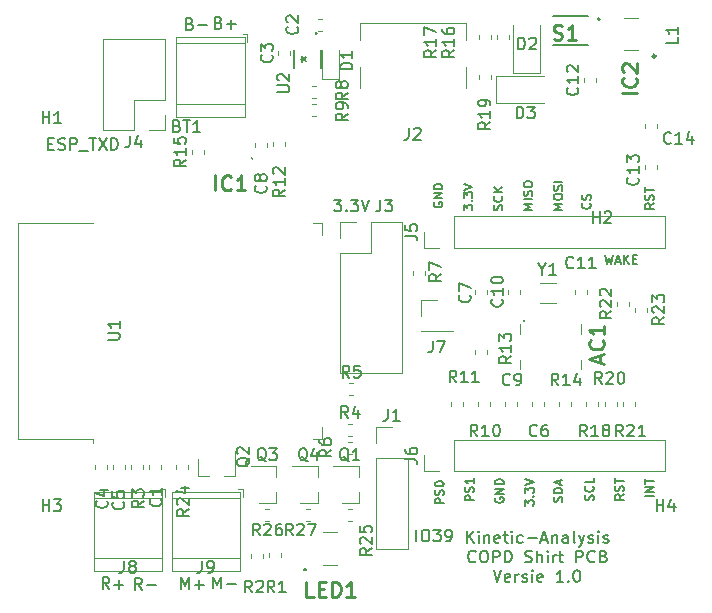
<source format=gbr>
G04 #@! TF.GenerationSoftware,KiCad,Pcbnew,(5.1.5)-2*
G04 #@! TF.CreationDate,2021-03-13T02:14:36+01:00*
G04 #@! TF.ProjectId,Versie1,56657273-6965-4312-9e6b-696361645f70,rev?*
G04 #@! TF.SameCoordinates,Original*
G04 #@! TF.FileFunction,Legend,Top*
G04 #@! TF.FilePolarity,Positive*
%FSLAX46Y46*%
G04 Gerber Fmt 4.6, Leading zero omitted, Abs format (unit mm)*
G04 Created by KiCad (PCBNEW (5.1.5)-2) date 2021-03-13 02:14:36*
%MOMM*%
%LPD*%
G04 APERTURE LIST*
%ADD10C,0.150000*%
%ADD11C,0.120000*%
%ADD12C,0.100000*%
%ADD13C,0.250000*%
%ADD14C,0.200000*%
%ADD15C,0.152400*%
%ADD16C,0.254000*%
G04 APERTURE END LIST*
D10*
X62730428Y-85145571D02*
X63063761Y-85145571D01*
X63206619Y-85669380D02*
X62730428Y-85669380D01*
X62730428Y-84669380D01*
X63206619Y-84669380D01*
X63587571Y-85621761D02*
X63730428Y-85669380D01*
X63968523Y-85669380D01*
X64063761Y-85621761D01*
X64111380Y-85574142D01*
X64159000Y-85478904D01*
X64159000Y-85383666D01*
X64111380Y-85288428D01*
X64063761Y-85240809D01*
X63968523Y-85193190D01*
X63778047Y-85145571D01*
X63682809Y-85097952D01*
X63635190Y-85050333D01*
X63587571Y-84955095D01*
X63587571Y-84859857D01*
X63635190Y-84764619D01*
X63682809Y-84717000D01*
X63778047Y-84669380D01*
X64016142Y-84669380D01*
X64159000Y-84717000D01*
X64587571Y-85669380D02*
X64587571Y-84669380D01*
X64968523Y-84669380D01*
X65063761Y-84717000D01*
X65111380Y-84764619D01*
X65159000Y-84859857D01*
X65159000Y-85002714D01*
X65111380Y-85097952D01*
X65063761Y-85145571D01*
X64968523Y-85193190D01*
X64587571Y-85193190D01*
X65349476Y-85764619D02*
X66111380Y-85764619D01*
X66206619Y-84669380D02*
X66778047Y-84669380D01*
X66492333Y-85669380D02*
X66492333Y-84669380D01*
X67016142Y-84669380D02*
X67682809Y-85669380D01*
X67682809Y-84669380D02*
X67016142Y-85669380D01*
X68063761Y-85669380D02*
X68063761Y-84669380D01*
X68301857Y-84669380D01*
X68444714Y-84717000D01*
X68539952Y-84812238D01*
X68587571Y-84907476D01*
X68635190Y-85097952D01*
X68635190Y-85240809D01*
X68587571Y-85431285D01*
X68539952Y-85526523D01*
X68444714Y-85621761D01*
X68301857Y-85669380D01*
X68063761Y-85669380D01*
X93900809Y-118816380D02*
X93900809Y-117816380D01*
X94567476Y-117816380D02*
X94757952Y-117816380D01*
X94853190Y-117864000D01*
X94948428Y-117959238D01*
X94996047Y-118149714D01*
X94996047Y-118483047D01*
X94948428Y-118673523D01*
X94853190Y-118768761D01*
X94757952Y-118816380D01*
X94567476Y-118816380D01*
X94472238Y-118768761D01*
X94377000Y-118673523D01*
X94329380Y-118483047D01*
X94329380Y-118149714D01*
X94377000Y-117959238D01*
X94472238Y-117864000D01*
X94567476Y-117816380D01*
X95329380Y-117816380D02*
X95948428Y-117816380D01*
X95615095Y-118197333D01*
X95757952Y-118197333D01*
X95853190Y-118244952D01*
X95900809Y-118292571D01*
X95948428Y-118387809D01*
X95948428Y-118625904D01*
X95900809Y-118721142D01*
X95853190Y-118768761D01*
X95757952Y-118816380D01*
X95472238Y-118816380D01*
X95377000Y-118768761D01*
X95329380Y-118721142D01*
X96424619Y-118816380D02*
X96615095Y-118816380D01*
X96710333Y-118768761D01*
X96757952Y-118721142D01*
X96853190Y-118578285D01*
X96900809Y-118387809D01*
X96900809Y-118006857D01*
X96853190Y-117911619D01*
X96805571Y-117864000D01*
X96710333Y-117816380D01*
X96519857Y-117816380D01*
X96424619Y-117864000D01*
X96377000Y-117911619D01*
X96329380Y-118006857D01*
X96329380Y-118244952D01*
X96377000Y-118340190D01*
X96424619Y-118387809D01*
X96519857Y-118435428D01*
X96710333Y-118435428D01*
X96805571Y-118387809D01*
X96853190Y-118340190D01*
X96900809Y-118244952D01*
X86915809Y-89876380D02*
X87534857Y-89876380D01*
X87201523Y-90257333D01*
X87344380Y-90257333D01*
X87439619Y-90304952D01*
X87487238Y-90352571D01*
X87534857Y-90447809D01*
X87534857Y-90685904D01*
X87487238Y-90781142D01*
X87439619Y-90828761D01*
X87344380Y-90876380D01*
X87058666Y-90876380D01*
X86963428Y-90828761D01*
X86915809Y-90781142D01*
X87963428Y-90781142D02*
X88011047Y-90828761D01*
X87963428Y-90876380D01*
X87915809Y-90828761D01*
X87963428Y-90781142D01*
X87963428Y-90876380D01*
X88344380Y-89876380D02*
X88963428Y-89876380D01*
X88630095Y-90257333D01*
X88772952Y-90257333D01*
X88868190Y-90304952D01*
X88915809Y-90352571D01*
X88963428Y-90447809D01*
X88963428Y-90685904D01*
X88915809Y-90781142D01*
X88868190Y-90828761D01*
X88772952Y-90876380D01*
X88487238Y-90876380D01*
X88392000Y-90828761D01*
X88344380Y-90781142D01*
X89249142Y-89876380D02*
X89582476Y-90876380D01*
X89915809Y-89876380D01*
X114004285Y-90199714D02*
X113647142Y-90449714D01*
X114004285Y-90628285D02*
X113254285Y-90628285D01*
X113254285Y-90342571D01*
X113290000Y-90271142D01*
X113325714Y-90235428D01*
X113397142Y-90199714D01*
X113504285Y-90199714D01*
X113575714Y-90235428D01*
X113611428Y-90271142D01*
X113647142Y-90342571D01*
X113647142Y-90628285D01*
X113968571Y-89914000D02*
X114004285Y-89806857D01*
X114004285Y-89628285D01*
X113968571Y-89556857D01*
X113932857Y-89521142D01*
X113861428Y-89485428D01*
X113790000Y-89485428D01*
X113718571Y-89521142D01*
X113682857Y-89556857D01*
X113647142Y-89628285D01*
X113611428Y-89771142D01*
X113575714Y-89842571D01*
X113540000Y-89878285D01*
X113468571Y-89914000D01*
X113397142Y-89914000D01*
X113325714Y-89878285D01*
X113290000Y-89842571D01*
X113254285Y-89771142D01*
X113254285Y-89592571D01*
X113290000Y-89485428D01*
X113254285Y-89271142D02*
X113254285Y-88842571D01*
X114004285Y-89056857D02*
X113254285Y-89056857D01*
X109894857Y-94585285D02*
X110073428Y-95335285D01*
X110216285Y-94799571D01*
X110359142Y-95335285D01*
X110537714Y-94585285D01*
X110787714Y-95121000D02*
X111144857Y-95121000D01*
X110716285Y-95335285D02*
X110966285Y-94585285D01*
X111216285Y-95335285D01*
X111466285Y-95335285D02*
X111466285Y-94585285D01*
X111894857Y-95335285D02*
X111573428Y-94906714D01*
X111894857Y-94585285D02*
X111466285Y-95013857D01*
X112216285Y-94942428D02*
X112466285Y-94942428D01*
X112573428Y-95335285D02*
X112216285Y-95335285D01*
X112216285Y-94585285D01*
X112573428Y-94585285D01*
X108598857Y-90168000D02*
X108634571Y-90203714D01*
X108670285Y-90310857D01*
X108670285Y-90382285D01*
X108634571Y-90489428D01*
X108563142Y-90560857D01*
X108491714Y-90596571D01*
X108348857Y-90632285D01*
X108241714Y-90632285D01*
X108098857Y-90596571D01*
X108027428Y-90560857D01*
X107956000Y-90489428D01*
X107920285Y-90382285D01*
X107920285Y-90310857D01*
X107956000Y-90203714D01*
X107991714Y-90168000D01*
X108634571Y-89882285D02*
X108670285Y-89775142D01*
X108670285Y-89596571D01*
X108634571Y-89525142D01*
X108598857Y-89489428D01*
X108527428Y-89453714D01*
X108456000Y-89453714D01*
X108384571Y-89489428D01*
X108348857Y-89525142D01*
X108313142Y-89596571D01*
X108277428Y-89739428D01*
X108241714Y-89810857D01*
X108206000Y-89846571D01*
X108134571Y-89882285D01*
X108063142Y-89882285D01*
X107991714Y-89846571D01*
X107956000Y-89810857D01*
X107920285Y-89739428D01*
X107920285Y-89560857D01*
X107956000Y-89453714D01*
X106257285Y-90713571D02*
X105507285Y-90713571D01*
X106043000Y-90463571D01*
X105507285Y-90213571D01*
X106257285Y-90213571D01*
X105507285Y-89713571D02*
X105507285Y-89570714D01*
X105543000Y-89499285D01*
X105614428Y-89427857D01*
X105757285Y-89392142D01*
X106007285Y-89392142D01*
X106150142Y-89427857D01*
X106221571Y-89499285D01*
X106257285Y-89570714D01*
X106257285Y-89713571D01*
X106221571Y-89785000D01*
X106150142Y-89856428D01*
X106007285Y-89892142D01*
X105757285Y-89892142D01*
X105614428Y-89856428D01*
X105543000Y-89785000D01*
X105507285Y-89713571D01*
X106221571Y-89106428D02*
X106257285Y-88999285D01*
X106257285Y-88820714D01*
X106221571Y-88749285D01*
X106185857Y-88713571D01*
X106114428Y-88677857D01*
X106043000Y-88677857D01*
X105971571Y-88713571D01*
X105935857Y-88749285D01*
X105900142Y-88820714D01*
X105864428Y-88963571D01*
X105828714Y-89035000D01*
X105793000Y-89070714D01*
X105721571Y-89106428D01*
X105650142Y-89106428D01*
X105578714Y-89070714D01*
X105543000Y-89035000D01*
X105507285Y-88963571D01*
X105507285Y-88785000D01*
X105543000Y-88677857D01*
X106257285Y-88356428D02*
X105507285Y-88356428D01*
X103717285Y-90713571D02*
X102967285Y-90713571D01*
X103503000Y-90463571D01*
X102967285Y-90213571D01*
X103717285Y-90213571D01*
X103717285Y-89856428D02*
X102967285Y-89856428D01*
X103681571Y-89535000D02*
X103717285Y-89427857D01*
X103717285Y-89249285D01*
X103681571Y-89177857D01*
X103645857Y-89142142D01*
X103574428Y-89106428D01*
X103503000Y-89106428D01*
X103431571Y-89142142D01*
X103395857Y-89177857D01*
X103360142Y-89249285D01*
X103324428Y-89392142D01*
X103288714Y-89463571D01*
X103253000Y-89499285D01*
X103181571Y-89535000D01*
X103110142Y-89535000D01*
X103038714Y-89499285D01*
X103003000Y-89463571D01*
X102967285Y-89392142D01*
X102967285Y-89213571D01*
X103003000Y-89106428D01*
X102967285Y-88642142D02*
X102967285Y-88499285D01*
X103003000Y-88427857D01*
X103074428Y-88356428D01*
X103217285Y-88320714D01*
X103467285Y-88320714D01*
X103610142Y-88356428D01*
X103681571Y-88427857D01*
X103717285Y-88499285D01*
X103717285Y-88642142D01*
X103681571Y-88713571D01*
X103610142Y-88785000D01*
X103467285Y-88820714D01*
X103217285Y-88820714D01*
X103074428Y-88785000D01*
X103003000Y-88713571D01*
X102967285Y-88642142D01*
X101141571Y-90753285D02*
X101177285Y-90646142D01*
X101177285Y-90467571D01*
X101141571Y-90396142D01*
X101105857Y-90360428D01*
X101034428Y-90324714D01*
X100963000Y-90324714D01*
X100891571Y-90360428D01*
X100855857Y-90396142D01*
X100820142Y-90467571D01*
X100784428Y-90610428D01*
X100748714Y-90681857D01*
X100713000Y-90717571D01*
X100641571Y-90753285D01*
X100570142Y-90753285D01*
X100498714Y-90717571D01*
X100463000Y-90681857D01*
X100427285Y-90610428D01*
X100427285Y-90431857D01*
X100463000Y-90324714D01*
X101105857Y-89574714D02*
X101141571Y-89610428D01*
X101177285Y-89717571D01*
X101177285Y-89789000D01*
X101141571Y-89896142D01*
X101070142Y-89967571D01*
X100998714Y-90003285D01*
X100855857Y-90039000D01*
X100748714Y-90039000D01*
X100605857Y-90003285D01*
X100534428Y-89967571D01*
X100463000Y-89896142D01*
X100427285Y-89789000D01*
X100427285Y-89717571D01*
X100463000Y-89610428D01*
X100498714Y-89574714D01*
X101177285Y-89253285D02*
X100427285Y-89253285D01*
X101177285Y-88824714D02*
X100748714Y-89146142D01*
X100427285Y-88824714D02*
X100855857Y-89253285D01*
X97887285Y-90769142D02*
X97887285Y-90304857D01*
X98173000Y-90554857D01*
X98173000Y-90447714D01*
X98208714Y-90376285D01*
X98244428Y-90340571D01*
X98315857Y-90304857D01*
X98494428Y-90304857D01*
X98565857Y-90340571D01*
X98601571Y-90376285D01*
X98637285Y-90447714D01*
X98637285Y-90662000D01*
X98601571Y-90733428D01*
X98565857Y-90769142D01*
X98565857Y-89983428D02*
X98601571Y-89947714D01*
X98637285Y-89983428D01*
X98601571Y-90019142D01*
X98565857Y-89983428D01*
X98637285Y-89983428D01*
X97887285Y-89697714D02*
X97887285Y-89233428D01*
X98173000Y-89483428D01*
X98173000Y-89376285D01*
X98208714Y-89304857D01*
X98244428Y-89269142D01*
X98315857Y-89233428D01*
X98494428Y-89233428D01*
X98565857Y-89269142D01*
X98601571Y-89304857D01*
X98637285Y-89376285D01*
X98637285Y-89590571D01*
X98601571Y-89662000D01*
X98565857Y-89697714D01*
X97887285Y-89019142D02*
X98637285Y-88769142D01*
X97887285Y-88519142D01*
X95383000Y-90106428D02*
X95347285Y-90177857D01*
X95347285Y-90285000D01*
X95383000Y-90392142D01*
X95454428Y-90463571D01*
X95525857Y-90499285D01*
X95668714Y-90535000D01*
X95775857Y-90535000D01*
X95918714Y-90499285D01*
X95990142Y-90463571D01*
X96061571Y-90392142D01*
X96097285Y-90285000D01*
X96097285Y-90213571D01*
X96061571Y-90106428D01*
X96025857Y-90070714D01*
X95775857Y-90070714D01*
X95775857Y-90213571D01*
X96097285Y-89749285D02*
X95347285Y-89749285D01*
X96097285Y-89320714D01*
X95347285Y-89320714D01*
X96097285Y-88963571D02*
X95347285Y-88963571D01*
X95347285Y-88785000D01*
X95383000Y-88677857D01*
X95454428Y-88606428D01*
X95525857Y-88570714D01*
X95668714Y-88535000D01*
X95775857Y-88535000D01*
X95918714Y-88570714D01*
X95990142Y-88606428D01*
X96061571Y-88677857D01*
X96097285Y-88785000D01*
X96097285Y-88963571D01*
X114004285Y-114978571D02*
X113254285Y-114978571D01*
X114004285Y-114621428D02*
X113254285Y-114621428D01*
X114004285Y-114192857D01*
X113254285Y-114192857D01*
X113254285Y-113942857D02*
X113254285Y-113514285D01*
X114004285Y-113728571D02*
X113254285Y-113728571D01*
X111464285Y-114837714D02*
X111107142Y-115087714D01*
X111464285Y-115266285D02*
X110714285Y-115266285D01*
X110714285Y-114980571D01*
X110750000Y-114909142D01*
X110785714Y-114873428D01*
X110857142Y-114837714D01*
X110964285Y-114837714D01*
X111035714Y-114873428D01*
X111071428Y-114909142D01*
X111107142Y-114980571D01*
X111107142Y-115266285D01*
X111428571Y-114552000D02*
X111464285Y-114444857D01*
X111464285Y-114266285D01*
X111428571Y-114194857D01*
X111392857Y-114159142D01*
X111321428Y-114123428D01*
X111250000Y-114123428D01*
X111178571Y-114159142D01*
X111142857Y-114194857D01*
X111107142Y-114266285D01*
X111071428Y-114409142D01*
X111035714Y-114480571D01*
X111000000Y-114516285D01*
X110928571Y-114552000D01*
X110857142Y-114552000D01*
X110785714Y-114516285D01*
X110750000Y-114480571D01*
X110714285Y-114409142D01*
X110714285Y-114230571D01*
X110750000Y-114123428D01*
X110714285Y-113909142D02*
X110714285Y-113480571D01*
X111464285Y-113694857D02*
X110714285Y-113694857D01*
X108888571Y-115319857D02*
X108924285Y-115212714D01*
X108924285Y-115034142D01*
X108888571Y-114962714D01*
X108852857Y-114927000D01*
X108781428Y-114891285D01*
X108710000Y-114891285D01*
X108638571Y-114927000D01*
X108602857Y-114962714D01*
X108567142Y-115034142D01*
X108531428Y-115177000D01*
X108495714Y-115248428D01*
X108460000Y-115284142D01*
X108388571Y-115319857D01*
X108317142Y-115319857D01*
X108245714Y-115284142D01*
X108210000Y-115248428D01*
X108174285Y-115177000D01*
X108174285Y-114998428D01*
X108210000Y-114891285D01*
X108852857Y-114141285D02*
X108888571Y-114177000D01*
X108924285Y-114284142D01*
X108924285Y-114355571D01*
X108888571Y-114462714D01*
X108817142Y-114534142D01*
X108745714Y-114569857D01*
X108602857Y-114605571D01*
X108495714Y-114605571D01*
X108352857Y-114569857D01*
X108281428Y-114534142D01*
X108210000Y-114462714D01*
X108174285Y-114355571D01*
X108174285Y-114284142D01*
X108210000Y-114177000D01*
X108245714Y-114141285D01*
X108924285Y-113462714D02*
X108924285Y-113819857D01*
X108174285Y-113819857D01*
X106221571Y-115464714D02*
X106257285Y-115357571D01*
X106257285Y-115179000D01*
X106221571Y-115107571D01*
X106185857Y-115071857D01*
X106114428Y-115036142D01*
X106043000Y-115036142D01*
X105971571Y-115071857D01*
X105935857Y-115107571D01*
X105900142Y-115179000D01*
X105864428Y-115321857D01*
X105828714Y-115393285D01*
X105793000Y-115429000D01*
X105721571Y-115464714D01*
X105650142Y-115464714D01*
X105578714Y-115429000D01*
X105543000Y-115393285D01*
X105507285Y-115321857D01*
X105507285Y-115143285D01*
X105543000Y-115036142D01*
X106257285Y-114714714D02*
X105507285Y-114714714D01*
X105507285Y-114536142D01*
X105543000Y-114429000D01*
X105614428Y-114357571D01*
X105685857Y-114321857D01*
X105828714Y-114286142D01*
X105935857Y-114286142D01*
X106078714Y-114321857D01*
X106150142Y-114357571D01*
X106221571Y-114429000D01*
X106257285Y-114536142D01*
X106257285Y-114714714D01*
X106043000Y-114000428D02*
X106043000Y-113643285D01*
X106257285Y-114071857D02*
X105507285Y-113821857D01*
X106257285Y-113571857D01*
X103094285Y-115788142D02*
X103094285Y-115323857D01*
X103380000Y-115573857D01*
X103380000Y-115466714D01*
X103415714Y-115395285D01*
X103451428Y-115359571D01*
X103522857Y-115323857D01*
X103701428Y-115323857D01*
X103772857Y-115359571D01*
X103808571Y-115395285D01*
X103844285Y-115466714D01*
X103844285Y-115681000D01*
X103808571Y-115752428D01*
X103772857Y-115788142D01*
X103772857Y-115002428D02*
X103808571Y-114966714D01*
X103844285Y-115002428D01*
X103808571Y-115038142D01*
X103772857Y-115002428D01*
X103844285Y-115002428D01*
X103094285Y-114716714D02*
X103094285Y-114252428D01*
X103380000Y-114502428D01*
X103380000Y-114395285D01*
X103415714Y-114323857D01*
X103451428Y-114288142D01*
X103522857Y-114252428D01*
X103701428Y-114252428D01*
X103772857Y-114288142D01*
X103808571Y-114323857D01*
X103844285Y-114395285D01*
X103844285Y-114609571D01*
X103808571Y-114681000D01*
X103772857Y-114716714D01*
X103094285Y-114038142D02*
X103844285Y-113788142D01*
X103094285Y-113538142D01*
X100590000Y-115125428D02*
X100554285Y-115196857D01*
X100554285Y-115304000D01*
X100590000Y-115411142D01*
X100661428Y-115482571D01*
X100732857Y-115518285D01*
X100875714Y-115554000D01*
X100982857Y-115554000D01*
X101125714Y-115518285D01*
X101197142Y-115482571D01*
X101268571Y-115411142D01*
X101304285Y-115304000D01*
X101304285Y-115232571D01*
X101268571Y-115125428D01*
X101232857Y-115089714D01*
X100982857Y-115089714D01*
X100982857Y-115232571D01*
X101304285Y-114768285D02*
X100554285Y-114768285D01*
X101304285Y-114339714D01*
X100554285Y-114339714D01*
X101304285Y-113982571D02*
X100554285Y-113982571D01*
X100554285Y-113804000D01*
X100590000Y-113696857D01*
X100661428Y-113625428D01*
X100732857Y-113589714D01*
X100875714Y-113554000D01*
X100982857Y-113554000D01*
X101125714Y-113589714D01*
X101197142Y-113625428D01*
X101268571Y-113696857D01*
X101304285Y-113804000D01*
X101304285Y-113982571D01*
X98764285Y-115337714D02*
X98014285Y-115337714D01*
X98014285Y-115052000D01*
X98050000Y-114980571D01*
X98085714Y-114944857D01*
X98157142Y-114909142D01*
X98264285Y-114909142D01*
X98335714Y-114944857D01*
X98371428Y-114980571D01*
X98407142Y-115052000D01*
X98407142Y-115337714D01*
X98728571Y-114623428D02*
X98764285Y-114516285D01*
X98764285Y-114337714D01*
X98728571Y-114266285D01*
X98692857Y-114230571D01*
X98621428Y-114194857D01*
X98550000Y-114194857D01*
X98478571Y-114230571D01*
X98442857Y-114266285D01*
X98407142Y-114337714D01*
X98371428Y-114480571D01*
X98335714Y-114552000D01*
X98300000Y-114587714D01*
X98228571Y-114623428D01*
X98157142Y-114623428D01*
X98085714Y-114587714D01*
X98050000Y-114552000D01*
X98014285Y-114480571D01*
X98014285Y-114302000D01*
X98050000Y-114194857D01*
X98764285Y-113480571D02*
X98764285Y-113909142D01*
X98764285Y-113694857D02*
X98014285Y-113694857D01*
X98121428Y-113766285D01*
X98192857Y-113837714D01*
X98228571Y-113909142D01*
X96224285Y-115591714D02*
X95474285Y-115591714D01*
X95474285Y-115306000D01*
X95510000Y-115234571D01*
X95545714Y-115198857D01*
X95617142Y-115163142D01*
X95724285Y-115163142D01*
X95795714Y-115198857D01*
X95831428Y-115234571D01*
X95867142Y-115306000D01*
X95867142Y-115591714D01*
X96188571Y-114877428D02*
X96224285Y-114770285D01*
X96224285Y-114591714D01*
X96188571Y-114520285D01*
X96152857Y-114484571D01*
X96081428Y-114448857D01*
X96010000Y-114448857D01*
X95938571Y-114484571D01*
X95902857Y-114520285D01*
X95867142Y-114591714D01*
X95831428Y-114734571D01*
X95795714Y-114806000D01*
X95760000Y-114841714D01*
X95688571Y-114877428D01*
X95617142Y-114877428D01*
X95545714Y-114841714D01*
X95510000Y-114806000D01*
X95474285Y-114734571D01*
X95474285Y-114556000D01*
X95510000Y-114448857D01*
X95474285Y-113984571D02*
X95474285Y-113913142D01*
X95510000Y-113841714D01*
X95545714Y-113806000D01*
X95617142Y-113770285D01*
X95760000Y-113734571D01*
X95938571Y-113734571D01*
X96081428Y-113770285D01*
X96152857Y-113806000D01*
X96188571Y-113841714D01*
X96224285Y-113913142D01*
X96224285Y-113984571D01*
X96188571Y-114056000D01*
X96152857Y-114091714D01*
X96081428Y-114127428D01*
X95938571Y-114163142D01*
X95760000Y-114163142D01*
X95617142Y-114127428D01*
X95545714Y-114091714D01*
X95510000Y-114056000D01*
X95474285Y-113984571D01*
X98163809Y-118944380D02*
X98163809Y-117944380D01*
X98735238Y-118944380D02*
X98306666Y-118372952D01*
X98735238Y-117944380D02*
X98163809Y-118515809D01*
X99163809Y-118944380D02*
X99163809Y-118277714D01*
X99163809Y-117944380D02*
X99116190Y-117992000D01*
X99163809Y-118039619D01*
X99211428Y-117992000D01*
X99163809Y-117944380D01*
X99163809Y-118039619D01*
X99640000Y-118277714D02*
X99640000Y-118944380D01*
X99640000Y-118372952D02*
X99687619Y-118325333D01*
X99782857Y-118277714D01*
X99925714Y-118277714D01*
X100020952Y-118325333D01*
X100068571Y-118420571D01*
X100068571Y-118944380D01*
X100925714Y-118896761D02*
X100830476Y-118944380D01*
X100640000Y-118944380D01*
X100544761Y-118896761D01*
X100497142Y-118801523D01*
X100497142Y-118420571D01*
X100544761Y-118325333D01*
X100640000Y-118277714D01*
X100830476Y-118277714D01*
X100925714Y-118325333D01*
X100973333Y-118420571D01*
X100973333Y-118515809D01*
X100497142Y-118611047D01*
X101259047Y-118277714D02*
X101640000Y-118277714D01*
X101401904Y-117944380D02*
X101401904Y-118801523D01*
X101449523Y-118896761D01*
X101544761Y-118944380D01*
X101640000Y-118944380D01*
X101973333Y-118944380D02*
X101973333Y-118277714D01*
X101973333Y-117944380D02*
X101925714Y-117992000D01*
X101973333Y-118039619D01*
X102020952Y-117992000D01*
X101973333Y-117944380D01*
X101973333Y-118039619D01*
X102878095Y-118896761D02*
X102782857Y-118944380D01*
X102592380Y-118944380D01*
X102497142Y-118896761D01*
X102449523Y-118849142D01*
X102401904Y-118753904D01*
X102401904Y-118468190D01*
X102449523Y-118372952D01*
X102497142Y-118325333D01*
X102592380Y-118277714D01*
X102782857Y-118277714D01*
X102878095Y-118325333D01*
X103306666Y-118563428D02*
X104068571Y-118563428D01*
X104497142Y-118658666D02*
X104973333Y-118658666D01*
X104401904Y-118944380D02*
X104735238Y-117944380D01*
X105068571Y-118944380D01*
X105401904Y-118277714D02*
X105401904Y-118944380D01*
X105401904Y-118372952D02*
X105449523Y-118325333D01*
X105544761Y-118277714D01*
X105687619Y-118277714D01*
X105782857Y-118325333D01*
X105830476Y-118420571D01*
X105830476Y-118944380D01*
X106735238Y-118944380D02*
X106735238Y-118420571D01*
X106687619Y-118325333D01*
X106592380Y-118277714D01*
X106401904Y-118277714D01*
X106306666Y-118325333D01*
X106735238Y-118896761D02*
X106640000Y-118944380D01*
X106401904Y-118944380D01*
X106306666Y-118896761D01*
X106259047Y-118801523D01*
X106259047Y-118706285D01*
X106306666Y-118611047D01*
X106401904Y-118563428D01*
X106640000Y-118563428D01*
X106735238Y-118515809D01*
X107354285Y-118944380D02*
X107259047Y-118896761D01*
X107211428Y-118801523D01*
X107211428Y-117944380D01*
X107640000Y-118277714D02*
X107878095Y-118944380D01*
X108116190Y-118277714D02*
X107878095Y-118944380D01*
X107782857Y-119182476D01*
X107735238Y-119230095D01*
X107640000Y-119277714D01*
X108449523Y-118896761D02*
X108544761Y-118944380D01*
X108735238Y-118944380D01*
X108830476Y-118896761D01*
X108878095Y-118801523D01*
X108878095Y-118753904D01*
X108830476Y-118658666D01*
X108735238Y-118611047D01*
X108592380Y-118611047D01*
X108497142Y-118563428D01*
X108449523Y-118468190D01*
X108449523Y-118420571D01*
X108497142Y-118325333D01*
X108592380Y-118277714D01*
X108735238Y-118277714D01*
X108830476Y-118325333D01*
X109306666Y-118944380D02*
X109306666Y-118277714D01*
X109306666Y-117944380D02*
X109259047Y-117992000D01*
X109306666Y-118039619D01*
X109354285Y-117992000D01*
X109306666Y-117944380D01*
X109306666Y-118039619D01*
X109735238Y-118896761D02*
X109830476Y-118944380D01*
X110020952Y-118944380D01*
X110116190Y-118896761D01*
X110163809Y-118801523D01*
X110163809Y-118753904D01*
X110116190Y-118658666D01*
X110020952Y-118611047D01*
X109878095Y-118611047D01*
X109782857Y-118563428D01*
X109735238Y-118468190D01*
X109735238Y-118420571D01*
X109782857Y-118325333D01*
X109878095Y-118277714D01*
X110020952Y-118277714D01*
X110116190Y-118325333D01*
X98901904Y-120499142D02*
X98854285Y-120546761D01*
X98711428Y-120594380D01*
X98616190Y-120594380D01*
X98473333Y-120546761D01*
X98378095Y-120451523D01*
X98330476Y-120356285D01*
X98282857Y-120165809D01*
X98282857Y-120022952D01*
X98330476Y-119832476D01*
X98378095Y-119737238D01*
X98473333Y-119642000D01*
X98616190Y-119594380D01*
X98711428Y-119594380D01*
X98854285Y-119642000D01*
X98901904Y-119689619D01*
X99520952Y-119594380D02*
X99711428Y-119594380D01*
X99806666Y-119642000D01*
X99901904Y-119737238D01*
X99949523Y-119927714D01*
X99949523Y-120261047D01*
X99901904Y-120451523D01*
X99806666Y-120546761D01*
X99711428Y-120594380D01*
X99520952Y-120594380D01*
X99425714Y-120546761D01*
X99330476Y-120451523D01*
X99282857Y-120261047D01*
X99282857Y-119927714D01*
X99330476Y-119737238D01*
X99425714Y-119642000D01*
X99520952Y-119594380D01*
X100378095Y-120594380D02*
X100378095Y-119594380D01*
X100759047Y-119594380D01*
X100854285Y-119642000D01*
X100901904Y-119689619D01*
X100949523Y-119784857D01*
X100949523Y-119927714D01*
X100901904Y-120022952D01*
X100854285Y-120070571D01*
X100759047Y-120118190D01*
X100378095Y-120118190D01*
X101378095Y-120594380D02*
X101378095Y-119594380D01*
X101616190Y-119594380D01*
X101759047Y-119642000D01*
X101854285Y-119737238D01*
X101901904Y-119832476D01*
X101949523Y-120022952D01*
X101949523Y-120165809D01*
X101901904Y-120356285D01*
X101854285Y-120451523D01*
X101759047Y-120546761D01*
X101616190Y-120594380D01*
X101378095Y-120594380D01*
X103092380Y-120546761D02*
X103235238Y-120594380D01*
X103473333Y-120594380D01*
X103568571Y-120546761D01*
X103616190Y-120499142D01*
X103663809Y-120403904D01*
X103663809Y-120308666D01*
X103616190Y-120213428D01*
X103568571Y-120165809D01*
X103473333Y-120118190D01*
X103282857Y-120070571D01*
X103187619Y-120022952D01*
X103140000Y-119975333D01*
X103092380Y-119880095D01*
X103092380Y-119784857D01*
X103140000Y-119689619D01*
X103187619Y-119642000D01*
X103282857Y-119594380D01*
X103520952Y-119594380D01*
X103663809Y-119642000D01*
X104092380Y-120594380D02*
X104092380Y-119594380D01*
X104520952Y-120594380D02*
X104520952Y-120070571D01*
X104473333Y-119975333D01*
X104378095Y-119927714D01*
X104235238Y-119927714D01*
X104140000Y-119975333D01*
X104092380Y-120022952D01*
X104997142Y-120594380D02*
X104997142Y-119927714D01*
X104997142Y-119594380D02*
X104949523Y-119642000D01*
X104997142Y-119689619D01*
X105044761Y-119642000D01*
X104997142Y-119594380D01*
X104997142Y-119689619D01*
X105473333Y-120594380D02*
X105473333Y-119927714D01*
X105473333Y-120118190D02*
X105520952Y-120022952D01*
X105568571Y-119975333D01*
X105663809Y-119927714D01*
X105759047Y-119927714D01*
X105949523Y-119927714D02*
X106330476Y-119927714D01*
X106092380Y-119594380D02*
X106092380Y-120451523D01*
X106140000Y-120546761D01*
X106235238Y-120594380D01*
X106330476Y-120594380D01*
X107425714Y-120594380D02*
X107425714Y-119594380D01*
X107806666Y-119594380D01*
X107901904Y-119642000D01*
X107949523Y-119689619D01*
X107997142Y-119784857D01*
X107997142Y-119927714D01*
X107949523Y-120022952D01*
X107901904Y-120070571D01*
X107806666Y-120118190D01*
X107425714Y-120118190D01*
X108997142Y-120499142D02*
X108949523Y-120546761D01*
X108806666Y-120594380D01*
X108711428Y-120594380D01*
X108568571Y-120546761D01*
X108473333Y-120451523D01*
X108425714Y-120356285D01*
X108378095Y-120165809D01*
X108378095Y-120022952D01*
X108425714Y-119832476D01*
X108473333Y-119737238D01*
X108568571Y-119642000D01*
X108711428Y-119594380D01*
X108806666Y-119594380D01*
X108949523Y-119642000D01*
X108997142Y-119689619D01*
X109759047Y-120070571D02*
X109901904Y-120118190D01*
X109949523Y-120165809D01*
X109997142Y-120261047D01*
X109997142Y-120403904D01*
X109949523Y-120499142D01*
X109901904Y-120546761D01*
X109806666Y-120594380D01*
X109425714Y-120594380D01*
X109425714Y-119594380D01*
X109759047Y-119594380D01*
X109854285Y-119642000D01*
X109901904Y-119689619D01*
X109949523Y-119784857D01*
X109949523Y-119880095D01*
X109901904Y-119975333D01*
X109854285Y-120022952D01*
X109759047Y-120070571D01*
X109425714Y-120070571D01*
X100425714Y-121244380D02*
X100759047Y-122244380D01*
X101092380Y-121244380D01*
X101806666Y-122196761D02*
X101711428Y-122244380D01*
X101520952Y-122244380D01*
X101425714Y-122196761D01*
X101378095Y-122101523D01*
X101378095Y-121720571D01*
X101425714Y-121625333D01*
X101520952Y-121577714D01*
X101711428Y-121577714D01*
X101806666Y-121625333D01*
X101854285Y-121720571D01*
X101854285Y-121815809D01*
X101378095Y-121911047D01*
X102282857Y-122244380D02*
X102282857Y-121577714D01*
X102282857Y-121768190D02*
X102330476Y-121672952D01*
X102378095Y-121625333D01*
X102473333Y-121577714D01*
X102568571Y-121577714D01*
X102854285Y-122196761D02*
X102949523Y-122244380D01*
X103140000Y-122244380D01*
X103235238Y-122196761D01*
X103282857Y-122101523D01*
X103282857Y-122053904D01*
X103235238Y-121958666D01*
X103140000Y-121911047D01*
X102997142Y-121911047D01*
X102901904Y-121863428D01*
X102854285Y-121768190D01*
X102854285Y-121720571D01*
X102901904Y-121625333D01*
X102997142Y-121577714D01*
X103140000Y-121577714D01*
X103235238Y-121625333D01*
X103711428Y-122244380D02*
X103711428Y-121577714D01*
X103711428Y-121244380D02*
X103663809Y-121292000D01*
X103711428Y-121339619D01*
X103759047Y-121292000D01*
X103711428Y-121244380D01*
X103711428Y-121339619D01*
X104568571Y-122196761D02*
X104473333Y-122244380D01*
X104282857Y-122244380D01*
X104187619Y-122196761D01*
X104140000Y-122101523D01*
X104140000Y-121720571D01*
X104187619Y-121625333D01*
X104282857Y-121577714D01*
X104473333Y-121577714D01*
X104568571Y-121625333D01*
X104616190Y-121720571D01*
X104616190Y-121815809D01*
X104140000Y-121911047D01*
X106330476Y-122244380D02*
X105759047Y-122244380D01*
X106044761Y-122244380D02*
X106044761Y-121244380D01*
X105949523Y-121387238D01*
X105854285Y-121482476D01*
X105759047Y-121530095D01*
X106759047Y-122149142D02*
X106806666Y-122196761D01*
X106759047Y-122244380D01*
X106711428Y-122196761D01*
X106759047Y-122149142D01*
X106759047Y-122244380D01*
X107425714Y-121244380D02*
X107520952Y-121244380D01*
X107616190Y-121292000D01*
X107663809Y-121339619D01*
X107711428Y-121434857D01*
X107759047Y-121625333D01*
X107759047Y-121863428D01*
X107711428Y-122053904D01*
X107663809Y-122149142D01*
X107616190Y-122196761D01*
X107520952Y-122244380D01*
X107425714Y-122244380D01*
X107330476Y-122196761D01*
X107282857Y-122149142D01*
X107235238Y-122053904D01*
X107187619Y-121863428D01*
X107187619Y-121625333D01*
X107235238Y-121434857D01*
X107282857Y-121339619D01*
X107330476Y-121292000D01*
X107425714Y-121244380D01*
X77150980Y-74883971D02*
X77293838Y-74931590D01*
X77341457Y-74979209D01*
X77389076Y-75074447D01*
X77389076Y-75217304D01*
X77341457Y-75312542D01*
X77293838Y-75360161D01*
X77198600Y-75407780D01*
X76817647Y-75407780D01*
X76817647Y-74407780D01*
X77150980Y-74407780D01*
X77246219Y-74455400D01*
X77293838Y-74503019D01*
X77341457Y-74598257D01*
X77341457Y-74693495D01*
X77293838Y-74788733D01*
X77246219Y-74836352D01*
X77150980Y-74883971D01*
X76817647Y-74883971D01*
X77817647Y-75026828D02*
X78579552Y-75026828D01*
X78198600Y-75407780D02*
X78198600Y-74645876D01*
X74737980Y-74972871D02*
X74880838Y-75020490D01*
X74928457Y-75068109D01*
X74976076Y-75163347D01*
X74976076Y-75306204D01*
X74928457Y-75401442D01*
X74880838Y-75449061D01*
X74785600Y-75496680D01*
X74404647Y-75496680D01*
X74404647Y-74496680D01*
X74737980Y-74496680D01*
X74833219Y-74544300D01*
X74880838Y-74591919D01*
X74928457Y-74687157D01*
X74928457Y-74782395D01*
X74880838Y-74877633D01*
X74833219Y-74925252D01*
X74737980Y-74972871D01*
X74404647Y-74972871D01*
X75404647Y-75115728D02*
X76166552Y-75115728D01*
X76695419Y-122791480D02*
X76695419Y-121791480D01*
X77028752Y-122505766D01*
X77362085Y-121791480D01*
X77362085Y-122791480D01*
X77838276Y-122410528D02*
X78600180Y-122410528D01*
X73964919Y-122854980D02*
X73964919Y-121854980D01*
X74298252Y-122569266D01*
X74631585Y-121854980D01*
X74631585Y-122854980D01*
X75107776Y-122474028D02*
X75869680Y-122474028D01*
X75488728Y-122854980D02*
X75488728Y-122093076D01*
X70632676Y-122905780D02*
X70299342Y-122429590D01*
X70061247Y-122905780D02*
X70061247Y-121905780D01*
X70442200Y-121905780D01*
X70537438Y-121953400D01*
X70585057Y-122001019D01*
X70632676Y-122096257D01*
X70632676Y-122239114D01*
X70585057Y-122334352D01*
X70537438Y-122381971D01*
X70442200Y-122429590D01*
X70061247Y-122429590D01*
X71061247Y-122524828D02*
X71823152Y-122524828D01*
X67902176Y-122842280D02*
X67568842Y-122366090D01*
X67330747Y-122842280D02*
X67330747Y-121842280D01*
X67711700Y-121842280D01*
X67806938Y-121889900D01*
X67854557Y-121937519D01*
X67902176Y-122032757D01*
X67902176Y-122175614D01*
X67854557Y-122270852D01*
X67806938Y-122318471D01*
X67711700Y-122366090D01*
X67330747Y-122366090D01*
X68330747Y-122461328D02*
X69092652Y-122461328D01*
X68711700Y-122842280D02*
X68711700Y-122080376D01*
D11*
X113282000Y-83850267D02*
X113282000Y-83507733D01*
X114302000Y-83850267D02*
X114302000Y-83507733D01*
X88107733Y-111381000D02*
X88450267Y-111381000D01*
X88107733Y-110361000D02*
X88450267Y-110361000D01*
X81405000Y-120172267D02*
X81405000Y-119829733D01*
X82425000Y-120172267D02*
X82425000Y-119829733D01*
X80901000Y-120200267D02*
X80901000Y-119857733D01*
X79881000Y-120200267D02*
X79881000Y-119857733D01*
D12*
X102933000Y-100113500D02*
G75*
G03X103033000Y-100113500I50000J0D01*
G01*
X103033000Y-100113500D02*
G75*
G03X102933000Y-100113500I-50000J0D01*
G01*
X103033000Y-100113500D02*
X103033000Y-100113500D01*
X102933000Y-100113500D02*
X102933000Y-100113500D01*
X102633000Y-101213500D02*
X102633000Y-100413500D01*
X107833000Y-101213500D02*
X107833000Y-100413500D01*
X107833000Y-104213500D02*
X107833000Y-103413500D01*
X102633000Y-103413500D02*
X102633000Y-104213500D01*
D11*
X102116000Y-75071500D02*
X102116000Y-79131500D01*
X102116000Y-79131500D02*
X104386000Y-79131500D01*
X104386000Y-79131500D02*
X104386000Y-75071500D01*
X100627500Y-81653000D02*
X104687500Y-81653000D01*
X100627500Y-79383000D02*
X100627500Y-81653000D01*
X104687500Y-79383000D02*
X100627500Y-79383000D01*
D12*
X79937000Y-86413000D02*
G75*
G02X79937000Y-86313000I0J50000D01*
G01*
X79937000Y-86313000D02*
G75*
G02X79937000Y-86413000I0J-50000D01*
G01*
X79937000Y-86313000D02*
X79937000Y-86313000D01*
X79937000Y-86413000D02*
X79937000Y-86413000D01*
D11*
X87443000Y-104581000D02*
X92643000Y-104581000D01*
X87443000Y-94361000D02*
X87443000Y-104581000D01*
X92643000Y-91761000D02*
X92643000Y-104581000D01*
X87443000Y-94361000D02*
X90043000Y-94361000D01*
X90043000Y-94361000D02*
X90043000Y-91761000D01*
X90043000Y-91761000D02*
X92643000Y-91761000D01*
X87443000Y-93091000D02*
X87443000Y-91761000D01*
X87443000Y-91761000D02*
X88773000Y-91761000D01*
X72577000Y-76267000D02*
X67377000Y-76267000D01*
X72577000Y-81407000D02*
X72577000Y-76267000D01*
X67377000Y-84007000D02*
X67377000Y-76267000D01*
X72577000Y-81407000D02*
X69977000Y-81407000D01*
X69977000Y-81407000D02*
X69977000Y-84007000D01*
X69977000Y-84007000D02*
X67377000Y-84007000D01*
X72577000Y-82677000D02*
X72577000Y-84007000D01*
X72577000Y-84007000D02*
X71247000Y-84007000D01*
X114945000Y-93943500D02*
X114945000Y-91283500D01*
X97105000Y-93943500D02*
X114945000Y-93943500D01*
X97105000Y-91283500D02*
X114945000Y-91283500D01*
X97105000Y-93943500D02*
X97105000Y-91283500D01*
X95835000Y-93943500D02*
X94505000Y-93943500D01*
X94505000Y-93943500D02*
X94505000Y-92613500D01*
X94505000Y-112866500D02*
X94505000Y-111536500D01*
X95835000Y-112866500D02*
X94505000Y-112866500D01*
X97105000Y-112866500D02*
X97105000Y-110206500D01*
X97105000Y-110206500D02*
X114945000Y-110206500D01*
X97105000Y-112866500D02*
X114945000Y-112866500D01*
X114945000Y-112866500D02*
X114945000Y-110206500D01*
X94301000Y-101025000D02*
X96961000Y-101025000D01*
X94301000Y-100965000D02*
X94301000Y-101025000D01*
X96961000Y-100965000D02*
X96961000Y-101025000D01*
X94301000Y-100965000D02*
X96961000Y-100965000D01*
X94301000Y-99695000D02*
X94301000Y-98365000D01*
X94301000Y-98365000D02*
X95631000Y-98365000D01*
X89025000Y-115565000D02*
X89025000Y-114635000D01*
X89025000Y-112405000D02*
X89025000Y-113335000D01*
X89025000Y-112405000D02*
X86865000Y-112405000D01*
X89025000Y-115565000D02*
X87565000Y-115565000D01*
X82024000Y-115560000D02*
X80564000Y-115560000D01*
X82024000Y-112400000D02*
X79864000Y-112400000D01*
X82024000Y-112400000D02*
X82024000Y-113330000D01*
X82024000Y-115560000D02*
X82024000Y-114630000D01*
X85532500Y-115560000D02*
X84072500Y-115560000D01*
X85532500Y-112400000D02*
X83372500Y-112400000D01*
X85532500Y-112400000D02*
X85532500Y-113330000D01*
X85532500Y-115560000D02*
X85532500Y-114630000D01*
X75382000Y-113282000D02*
X76312000Y-113282000D01*
X78542000Y-113282000D02*
X77612000Y-113282000D01*
X78542000Y-113282000D02*
X78542000Y-111122000D01*
X75382000Y-113282000D02*
X75382000Y-111822000D01*
X85100000Y-110120000D02*
X85880000Y-110120000D01*
X85880000Y-110120000D02*
X85880000Y-109120000D01*
X85100000Y-91880000D02*
X85880000Y-91880000D01*
X85880000Y-91880000D02*
X85880000Y-92880000D01*
X60135000Y-110120000D02*
X60135000Y-91880000D01*
X60135000Y-91880000D02*
X66555000Y-91880000D01*
X60135000Y-110120000D02*
X66555000Y-110120000D01*
X66555000Y-110120000D02*
X66555000Y-110500000D01*
X71262000Y-112693267D02*
X71262000Y-112350733D01*
X72282000Y-112693267D02*
X72282000Y-112350733D01*
X66673000Y-112350733D02*
X66673000Y-112693267D01*
X67693000Y-112350733D02*
X67693000Y-112693267D01*
X80262000Y-85402267D02*
X80262000Y-85059733D01*
X81282000Y-85402267D02*
X81282000Y-85059733D01*
X68197000Y-112336733D02*
X68197000Y-112679267D01*
X69217000Y-112336733D02*
X69217000Y-112679267D01*
X103707000Y-107047233D02*
X103707000Y-107389767D01*
X104727000Y-107047233D02*
X104727000Y-107389767D01*
X98881000Y-97878767D02*
X98881000Y-97536233D01*
X99901000Y-97878767D02*
X99901000Y-97536233D01*
X102441000Y-107047233D02*
X102441000Y-107389767D01*
X101421000Y-107047233D02*
X101421000Y-107389767D01*
X102695000Y-97864767D02*
X102695000Y-97522233D01*
X101675000Y-97864767D02*
X101675000Y-97522233D01*
X108333000Y-97522233D02*
X108333000Y-97864767D01*
X107313000Y-97522233D02*
X107313000Y-97864767D01*
X69738000Y-112693267D02*
X69738000Y-112350733D01*
X70758000Y-112693267D02*
X70758000Y-112350733D01*
X88107733Y-109857000D02*
X88450267Y-109857000D01*
X88107733Y-108837000D02*
X88450267Y-108837000D01*
X88206733Y-106428000D02*
X88549267Y-106428000D01*
X88206733Y-105408000D02*
X88549267Y-105408000D01*
X94617000Y-95953733D02*
X94617000Y-96296267D01*
X93597000Y-95953733D02*
X93597000Y-96296267D01*
X82806000Y-85031733D02*
X82806000Y-85374267D01*
X81786000Y-85031733D02*
X81786000Y-85374267D01*
X99135000Y-107047233D02*
X99135000Y-107389767D01*
X100155000Y-107047233D02*
X100155000Y-107389767D01*
X74928000Y-85680733D02*
X74928000Y-86023267D01*
X75948000Y-85680733D02*
X75948000Y-86023267D01*
X96849000Y-107047233D02*
X96849000Y-107389767D01*
X97869000Y-107047233D02*
X97869000Y-107389767D01*
X100205000Y-76258267D02*
X100205000Y-75915733D01*
X99185000Y-76258267D02*
X99185000Y-75915733D01*
X98881000Y-102616233D02*
X98881000Y-102958767D01*
X99901000Y-102616233D02*
X99901000Y-102958767D01*
X107013000Y-107047233D02*
X107013000Y-107389767D01*
X105993000Y-107047233D02*
X105993000Y-107389767D01*
X100709000Y-75901733D02*
X100709000Y-76244267D01*
X101729000Y-75901733D02*
X101729000Y-76244267D01*
X100205000Y-79330733D02*
X100205000Y-79673267D01*
X99185000Y-79330733D02*
X99185000Y-79673267D01*
X108279000Y-107389767D02*
X108279000Y-107047233D01*
X109299000Y-107389767D02*
X109299000Y-107047233D01*
X109853000Y-107389767D02*
X109853000Y-107047233D01*
X110873000Y-107389767D02*
X110873000Y-107047233D01*
X111377000Y-107389767D02*
X111377000Y-107047233D01*
X112397000Y-107389767D02*
X112397000Y-107047233D01*
X111889000Y-98850267D02*
X111889000Y-98507733D01*
X110869000Y-98850267D02*
X110869000Y-98507733D01*
X113413000Y-99372267D02*
X113413000Y-99029733D01*
X112393000Y-99372267D02*
X112393000Y-99029733D01*
X88093733Y-116076000D02*
X88436267Y-116076000D01*
X88093733Y-117096000D02*
X88436267Y-117096000D01*
X81094733Y-116076000D02*
X81437267Y-116076000D01*
X81094733Y-117096000D02*
X81437267Y-117096000D01*
X84551733Y-116076000D02*
X84894267Y-116076000D01*
X84551733Y-117096000D02*
X84894267Y-117096000D01*
X74551000Y-112693267D02*
X74551000Y-112350733D01*
X73531000Y-112693267D02*
X73531000Y-112350733D01*
X108075000Y-79913267D02*
X108075000Y-79570733D01*
X109095000Y-79913267D02*
X109095000Y-79570733D01*
X114302000Y-87279267D02*
X114302000Y-86936733D01*
X113282000Y-87279267D02*
X113282000Y-86936733D01*
D13*
X114139000Y-77729000D02*
G75*
G03X114139000Y-77729000I-125000J0D01*
G01*
D11*
X90491000Y-119440000D02*
X93151000Y-119440000D01*
X90491000Y-111760000D02*
X90491000Y-119440000D01*
X93151000Y-111760000D02*
X93151000Y-119440000D01*
X90491000Y-111760000D02*
X93151000Y-111760000D01*
X90491000Y-110490000D02*
X90491000Y-109160000D01*
X90491000Y-109160000D02*
X91821000Y-109160000D01*
X89129000Y-74916000D02*
X98069000Y-74916000D01*
X89129000Y-80426000D02*
X89129000Y-78626000D01*
X89129000Y-74916000D02*
X89129000Y-76376000D01*
X98069000Y-74916000D02*
X98069000Y-76376000D01*
X98069000Y-80426000D02*
X98069000Y-78626000D01*
X111448436Y-74459000D02*
X112652564Y-74459000D01*
X111448436Y-77179000D02*
X112652564Y-77179000D01*
D14*
X84350000Y-121192000D02*
G75*
G02X84550000Y-121192000I100000J0D01*
G01*
X84550000Y-121192000D02*
G75*
G02X84350000Y-121192000I-100000J0D01*
G01*
D12*
X85950000Y-117992000D02*
X87150000Y-117992000D01*
X85950000Y-120792000D02*
X87150000Y-120792000D01*
D14*
X84550000Y-121192000D02*
X84550000Y-121192000D01*
X84350000Y-121192000D02*
X84350000Y-121192000D01*
D11*
X104334000Y-98665000D02*
X105684000Y-98665000D01*
X104334000Y-96915000D02*
X105684000Y-96915000D01*
X79584000Y-75892000D02*
X79184000Y-75892000D01*
X79584000Y-76532000D02*
X79584000Y-75892000D01*
X73564000Y-82872000D02*
X73564000Y-76132000D01*
X79344000Y-82872000D02*
X79344000Y-76132000D01*
X79344000Y-76132000D02*
X73564000Y-76132000D01*
X79344000Y-82872000D02*
X73564000Y-82872000D01*
X79344000Y-81752000D02*
X73564000Y-81752000D01*
X79344000Y-76652000D02*
X73564000Y-76652000D01*
X72359000Y-115133000D02*
X66579000Y-115133000D01*
X72359000Y-120233000D02*
X66579000Y-120233000D01*
X72359000Y-121353000D02*
X66579000Y-121353000D01*
X72359000Y-114613000D02*
X66579000Y-114613000D01*
X72359000Y-121353000D02*
X72359000Y-114613000D01*
X66579000Y-121353000D02*
X66579000Y-114613000D01*
X72599000Y-115013000D02*
X72599000Y-114373000D01*
X72599000Y-114373000D02*
X72199000Y-114373000D01*
X78963000Y-115133000D02*
X73183000Y-115133000D01*
X78963000Y-120233000D02*
X73183000Y-120233000D01*
X78963000Y-121353000D02*
X73183000Y-121353000D01*
X78963000Y-114613000D02*
X73183000Y-114613000D01*
X78963000Y-121353000D02*
X78963000Y-114613000D01*
X73183000Y-121353000D02*
X73183000Y-114613000D01*
X79203000Y-115013000D02*
X79203000Y-114373000D01*
X79203000Y-114373000D02*
X78803000Y-114373000D01*
D14*
X109429000Y-74594000D02*
G75*
G03X109429000Y-74594000I-100000J0D01*
G01*
X105434000Y-76815000D02*
X108434000Y-76815000D01*
X105434000Y-74315000D02*
X108434000Y-74315000D01*
D11*
X85567733Y-75567000D02*
X85910267Y-75567000D01*
X85567733Y-74547000D02*
X85910267Y-74547000D01*
X83187000Y-77284733D02*
X83187000Y-77627267D01*
X82167000Y-77284733D02*
X82167000Y-77627267D01*
X85879000Y-77178000D02*
X85879000Y-79638000D01*
X85879000Y-79638000D02*
X87349000Y-79638000D01*
X87349000Y-79638000D02*
X87349000Y-77178000D01*
X85402267Y-80262000D02*
X85059733Y-80262000D01*
X85402267Y-81282000D02*
X85059733Y-81282000D01*
X85402267Y-82806000D02*
X85059733Y-82806000D01*
X85402267Y-81786000D02*
X85059733Y-81786000D01*
D15*
X85328635Y-75768201D02*
G75*
G03X85471699Y-75804747I66864J-36546D01*
G01*
X85775799Y-78734580D02*
X85775799Y-77184914D01*
X83515199Y-77184914D02*
X83515199Y-78734580D01*
D10*
X115435142Y-85052142D02*
X115387523Y-85099761D01*
X115244666Y-85147380D01*
X115149428Y-85147380D01*
X115006571Y-85099761D01*
X114911333Y-85004523D01*
X114863714Y-84909285D01*
X114816095Y-84718809D01*
X114816095Y-84575952D01*
X114863714Y-84385476D01*
X114911333Y-84290238D01*
X115006571Y-84195000D01*
X115149428Y-84147380D01*
X115244666Y-84147380D01*
X115387523Y-84195000D01*
X115435142Y-84242619D01*
X116387523Y-85147380D02*
X115816095Y-85147380D01*
X116101809Y-85147380D02*
X116101809Y-84147380D01*
X116006571Y-84290238D01*
X115911333Y-84385476D01*
X115816095Y-84433095D01*
X117244666Y-84480714D02*
X117244666Y-85147380D01*
X117006571Y-84099761D02*
X116768476Y-84814047D01*
X117387523Y-84814047D01*
X114238095Y-116252380D02*
X114238095Y-115252380D01*
X114238095Y-115728571D02*
X114809523Y-115728571D01*
X114809523Y-116252380D02*
X114809523Y-115252380D01*
X115714285Y-115585714D02*
X115714285Y-116252380D01*
X115476190Y-115204761D02*
X115238095Y-115919047D01*
X115857142Y-115919047D01*
X86685380Y-111037666D02*
X86209190Y-111371000D01*
X86685380Y-111609095D02*
X85685380Y-111609095D01*
X85685380Y-111228142D01*
X85733000Y-111132904D01*
X85780619Y-111085285D01*
X85875857Y-111037666D01*
X86018714Y-111037666D01*
X86113952Y-111085285D01*
X86161571Y-111132904D01*
X86209190Y-111228142D01*
X86209190Y-111609095D01*
X85685380Y-110180523D02*
X85685380Y-110371000D01*
X85733000Y-110466238D01*
X85780619Y-110513857D01*
X85923476Y-110609095D01*
X86113952Y-110656714D01*
X86494904Y-110656714D01*
X86590142Y-110609095D01*
X86637761Y-110561476D01*
X86685380Y-110466238D01*
X86685380Y-110275761D01*
X86637761Y-110180523D01*
X86590142Y-110132904D01*
X86494904Y-110085285D01*
X86256809Y-110085285D01*
X86161571Y-110132904D01*
X86113952Y-110180523D01*
X86066333Y-110275761D01*
X86066333Y-110466238D01*
X86113952Y-110561476D01*
X86161571Y-110609095D01*
X86256809Y-110656714D01*
X81875333Y-123134380D02*
X81542000Y-122658190D01*
X81303904Y-123134380D02*
X81303904Y-122134380D01*
X81684857Y-122134380D01*
X81780095Y-122182000D01*
X81827714Y-122229619D01*
X81875333Y-122324857D01*
X81875333Y-122467714D01*
X81827714Y-122562952D01*
X81780095Y-122610571D01*
X81684857Y-122658190D01*
X81303904Y-122658190D01*
X82827714Y-123134380D02*
X82256285Y-123134380D01*
X82542000Y-123134380D02*
X82542000Y-122134380D01*
X82446761Y-122277238D01*
X82351523Y-122372476D01*
X82256285Y-122420095D01*
X79970333Y-123134380D02*
X79637000Y-122658190D01*
X79398904Y-123134380D02*
X79398904Y-122134380D01*
X79779857Y-122134380D01*
X79875095Y-122182000D01*
X79922714Y-122229619D01*
X79970333Y-122324857D01*
X79970333Y-122467714D01*
X79922714Y-122562952D01*
X79875095Y-122610571D01*
X79779857Y-122658190D01*
X79398904Y-122658190D01*
X80351285Y-122229619D02*
X80398904Y-122182000D01*
X80494142Y-122134380D01*
X80732238Y-122134380D01*
X80827476Y-122182000D01*
X80875095Y-122229619D01*
X80922714Y-122324857D01*
X80922714Y-122420095D01*
X80875095Y-122562952D01*
X80303666Y-123134380D01*
X80922714Y-123134380D01*
X108839095Y-91870380D02*
X108839095Y-90870380D01*
X108839095Y-91346571D02*
X109410523Y-91346571D01*
X109410523Y-91870380D02*
X109410523Y-90870380D01*
X109839095Y-90965619D02*
X109886714Y-90918000D01*
X109981952Y-90870380D01*
X110220047Y-90870380D01*
X110315285Y-90918000D01*
X110362904Y-90965619D01*
X110410523Y-91060857D01*
X110410523Y-91156095D01*
X110362904Y-91298952D01*
X109791476Y-91870380D01*
X110410523Y-91870380D01*
D16*
X109431666Y-103650142D02*
X109431666Y-103045380D01*
X109794523Y-103771095D02*
X108524523Y-103347761D01*
X109794523Y-102924428D01*
X109673571Y-101775380D02*
X109734047Y-101835857D01*
X109794523Y-102017285D01*
X109794523Y-102138238D01*
X109734047Y-102319666D01*
X109613095Y-102440619D01*
X109492142Y-102501095D01*
X109250238Y-102561571D01*
X109068809Y-102561571D01*
X108826904Y-102501095D01*
X108705952Y-102440619D01*
X108585000Y-102319666D01*
X108524523Y-102138238D01*
X108524523Y-102017285D01*
X108585000Y-101835857D01*
X108645476Y-101775380D01*
X109794523Y-100565857D02*
X109794523Y-101291571D01*
X109794523Y-100928714D02*
X108524523Y-100928714D01*
X108705952Y-101049666D01*
X108826904Y-101170619D01*
X108887380Y-101291571D01*
D10*
X102512904Y-77160380D02*
X102512904Y-76160380D01*
X102751000Y-76160380D01*
X102893857Y-76208000D01*
X102989095Y-76303238D01*
X103036714Y-76398476D01*
X103084333Y-76588952D01*
X103084333Y-76731809D01*
X103036714Y-76922285D01*
X102989095Y-77017523D01*
X102893857Y-77112761D01*
X102751000Y-77160380D01*
X102512904Y-77160380D01*
X103465285Y-76255619D02*
X103512904Y-76208000D01*
X103608142Y-76160380D01*
X103846238Y-76160380D01*
X103941476Y-76208000D01*
X103989095Y-76255619D01*
X104036714Y-76350857D01*
X104036714Y-76446095D01*
X103989095Y-76588952D01*
X103417666Y-77160380D01*
X104036714Y-77160380D01*
X102385904Y-83002380D02*
X102385904Y-82002380D01*
X102624000Y-82002380D01*
X102766857Y-82050000D01*
X102862095Y-82145238D01*
X102909714Y-82240476D01*
X102957333Y-82430952D01*
X102957333Y-82573809D01*
X102909714Y-82764285D01*
X102862095Y-82859523D01*
X102766857Y-82954761D01*
X102624000Y-83002380D01*
X102385904Y-83002380D01*
X103290666Y-82002380D02*
X103909714Y-82002380D01*
X103576380Y-82383333D01*
X103719238Y-82383333D01*
X103814476Y-82430952D01*
X103862095Y-82478571D01*
X103909714Y-82573809D01*
X103909714Y-82811904D01*
X103862095Y-82907142D01*
X103814476Y-82954761D01*
X103719238Y-83002380D01*
X103433523Y-83002380D01*
X103338285Y-82954761D01*
X103290666Y-82907142D01*
D16*
X76865238Y-89093523D02*
X76865238Y-87823523D01*
X78195714Y-88972571D02*
X78135238Y-89033047D01*
X77953809Y-89093523D01*
X77832857Y-89093523D01*
X77651428Y-89033047D01*
X77530476Y-88912095D01*
X77470000Y-88791142D01*
X77409523Y-88549238D01*
X77409523Y-88367809D01*
X77470000Y-88125904D01*
X77530476Y-88004952D01*
X77651428Y-87884000D01*
X77832857Y-87823523D01*
X77953809Y-87823523D01*
X78135238Y-87884000D01*
X78195714Y-87944476D01*
X79405238Y-89093523D02*
X78679523Y-89093523D01*
X79042380Y-89093523D02*
X79042380Y-87823523D01*
X78921428Y-88004952D01*
X78800476Y-88125904D01*
X78679523Y-88186380D01*
D10*
X90852666Y-89876380D02*
X90852666Y-90590666D01*
X90805047Y-90733523D01*
X90709809Y-90828761D01*
X90566952Y-90876380D01*
X90471714Y-90876380D01*
X91233619Y-89876380D02*
X91852666Y-89876380D01*
X91519333Y-90257333D01*
X91662190Y-90257333D01*
X91757428Y-90304952D01*
X91805047Y-90352571D01*
X91852666Y-90447809D01*
X91852666Y-90685904D01*
X91805047Y-90781142D01*
X91757428Y-90828761D01*
X91662190Y-90876380D01*
X91376476Y-90876380D01*
X91281238Y-90828761D01*
X91233619Y-90781142D01*
X69643666Y-84459380D02*
X69643666Y-85173666D01*
X69596047Y-85316523D01*
X69500809Y-85411761D01*
X69357952Y-85459380D01*
X69262714Y-85459380D01*
X70548428Y-84792714D02*
X70548428Y-85459380D01*
X70310333Y-84411761D02*
X70072238Y-85126047D01*
X70691285Y-85126047D01*
X92957380Y-92946833D02*
X93671666Y-92946833D01*
X93814523Y-92994452D01*
X93909761Y-93089690D01*
X93957380Y-93232547D01*
X93957380Y-93327785D01*
X92957380Y-91994452D02*
X92957380Y-92470642D01*
X93433571Y-92518261D01*
X93385952Y-92470642D01*
X93338333Y-92375404D01*
X93338333Y-92137309D01*
X93385952Y-92042071D01*
X93433571Y-91994452D01*
X93528809Y-91946833D01*
X93766904Y-91946833D01*
X93862142Y-91994452D01*
X93909761Y-92042071D01*
X93957380Y-92137309D01*
X93957380Y-92375404D01*
X93909761Y-92470642D01*
X93862142Y-92518261D01*
X92957380Y-111869833D02*
X93671666Y-111869833D01*
X93814523Y-111917452D01*
X93909761Y-112012690D01*
X93957380Y-112155547D01*
X93957380Y-112250785D01*
X92957380Y-110965071D02*
X92957380Y-111155547D01*
X93005000Y-111250785D01*
X93052619Y-111298404D01*
X93195476Y-111393642D01*
X93385952Y-111441261D01*
X93766904Y-111441261D01*
X93862142Y-111393642D01*
X93909761Y-111346023D01*
X93957380Y-111250785D01*
X93957380Y-111060309D01*
X93909761Y-110965071D01*
X93862142Y-110917452D01*
X93766904Y-110869833D01*
X93528809Y-110869833D01*
X93433571Y-110917452D01*
X93385952Y-110965071D01*
X93338333Y-111060309D01*
X93338333Y-111250785D01*
X93385952Y-111346023D01*
X93433571Y-111393642D01*
X93528809Y-111441261D01*
X95297666Y-101814380D02*
X95297666Y-102528666D01*
X95250047Y-102671523D01*
X95154809Y-102766761D01*
X95011952Y-102814380D01*
X94916714Y-102814380D01*
X95678619Y-101814380D02*
X96345285Y-101814380D01*
X95916714Y-102814380D01*
X88169761Y-112032619D02*
X88074523Y-111985000D01*
X87979285Y-111889761D01*
X87836428Y-111746904D01*
X87741190Y-111699285D01*
X87645952Y-111699285D01*
X87693571Y-111937380D02*
X87598333Y-111889761D01*
X87503095Y-111794523D01*
X87455476Y-111604047D01*
X87455476Y-111270714D01*
X87503095Y-111080238D01*
X87598333Y-110985000D01*
X87693571Y-110937380D01*
X87884047Y-110937380D01*
X87979285Y-110985000D01*
X88074523Y-111080238D01*
X88122142Y-111270714D01*
X88122142Y-111604047D01*
X88074523Y-111794523D01*
X87979285Y-111889761D01*
X87884047Y-111937380D01*
X87693571Y-111937380D01*
X89074523Y-111937380D02*
X88503095Y-111937380D01*
X88788809Y-111937380D02*
X88788809Y-110937380D01*
X88693571Y-111080238D01*
X88598333Y-111175476D01*
X88503095Y-111223095D01*
X81168761Y-112027619D02*
X81073523Y-111980000D01*
X80978285Y-111884761D01*
X80835428Y-111741904D01*
X80740190Y-111694285D01*
X80644952Y-111694285D01*
X80692571Y-111932380D02*
X80597333Y-111884761D01*
X80502095Y-111789523D01*
X80454476Y-111599047D01*
X80454476Y-111265714D01*
X80502095Y-111075238D01*
X80597333Y-110980000D01*
X80692571Y-110932380D01*
X80883047Y-110932380D01*
X80978285Y-110980000D01*
X81073523Y-111075238D01*
X81121142Y-111265714D01*
X81121142Y-111599047D01*
X81073523Y-111789523D01*
X80978285Y-111884761D01*
X80883047Y-111932380D01*
X80692571Y-111932380D01*
X81454476Y-110932380D02*
X82073523Y-110932380D01*
X81740190Y-111313333D01*
X81883047Y-111313333D01*
X81978285Y-111360952D01*
X82025904Y-111408571D01*
X82073523Y-111503809D01*
X82073523Y-111741904D01*
X82025904Y-111837142D01*
X81978285Y-111884761D01*
X81883047Y-111932380D01*
X81597333Y-111932380D01*
X81502095Y-111884761D01*
X81454476Y-111837142D01*
X84677261Y-112027619D02*
X84582023Y-111980000D01*
X84486785Y-111884761D01*
X84343928Y-111741904D01*
X84248690Y-111694285D01*
X84153452Y-111694285D01*
X84201071Y-111932380D02*
X84105833Y-111884761D01*
X84010595Y-111789523D01*
X83962976Y-111599047D01*
X83962976Y-111265714D01*
X84010595Y-111075238D01*
X84105833Y-110980000D01*
X84201071Y-110932380D01*
X84391547Y-110932380D01*
X84486785Y-110980000D01*
X84582023Y-111075238D01*
X84629642Y-111265714D01*
X84629642Y-111599047D01*
X84582023Y-111789523D01*
X84486785Y-111884761D01*
X84391547Y-111932380D01*
X84201071Y-111932380D01*
X85486785Y-111265714D02*
X85486785Y-111932380D01*
X85248690Y-110884761D02*
X85010595Y-111599047D01*
X85629642Y-111599047D01*
X79795619Y-111728238D02*
X79748000Y-111823476D01*
X79652761Y-111918714D01*
X79509904Y-112061571D01*
X79462285Y-112156809D01*
X79462285Y-112252047D01*
X79700380Y-112204428D02*
X79652761Y-112299666D01*
X79557523Y-112394904D01*
X79367047Y-112442523D01*
X79033714Y-112442523D01*
X78843238Y-112394904D01*
X78748000Y-112299666D01*
X78700380Y-112204428D01*
X78700380Y-112013952D01*
X78748000Y-111918714D01*
X78843238Y-111823476D01*
X79033714Y-111775857D01*
X79367047Y-111775857D01*
X79557523Y-111823476D01*
X79652761Y-111918714D01*
X79700380Y-112013952D01*
X79700380Y-112204428D01*
X78795619Y-111394904D02*
X78748000Y-111347285D01*
X78700380Y-111252047D01*
X78700380Y-111013952D01*
X78748000Y-110918714D01*
X78795619Y-110871095D01*
X78890857Y-110823476D01*
X78986095Y-110823476D01*
X79128952Y-110871095D01*
X79700380Y-111442523D01*
X79700380Y-110823476D01*
X67778380Y-101726904D02*
X68587904Y-101726904D01*
X68683142Y-101679285D01*
X68730761Y-101631666D01*
X68778380Y-101536428D01*
X68778380Y-101345952D01*
X68730761Y-101250714D01*
X68683142Y-101203095D01*
X68587904Y-101155476D01*
X67778380Y-101155476D01*
X68778380Y-100155476D02*
X68778380Y-100726904D01*
X68778380Y-100441190D02*
X67778380Y-100441190D01*
X67921238Y-100536428D01*
X68016476Y-100631666D01*
X68064095Y-100726904D01*
X62238095Y-83383380D02*
X62238095Y-82383380D01*
X62238095Y-82859571D02*
X62809523Y-82859571D01*
X62809523Y-83383380D02*
X62809523Y-82383380D01*
X63809523Y-83383380D02*
X63238095Y-83383380D01*
X63523809Y-83383380D02*
X63523809Y-82383380D01*
X63428571Y-82526238D01*
X63333333Y-82621476D01*
X63238095Y-82669095D01*
X62238095Y-116252380D02*
X62238095Y-115252380D01*
X62238095Y-115728571D02*
X62809523Y-115728571D01*
X62809523Y-116252380D02*
X62809523Y-115252380D01*
X63190476Y-115252380D02*
X63809523Y-115252380D01*
X63476190Y-115633333D01*
X63619047Y-115633333D01*
X63714285Y-115680952D01*
X63761904Y-115728571D01*
X63809523Y-115823809D01*
X63809523Y-116061904D01*
X63761904Y-116157142D01*
X63714285Y-116204761D01*
X63619047Y-116252380D01*
X63333333Y-116252380D01*
X63238095Y-116204761D01*
X63190476Y-116157142D01*
X72239142Y-115228666D02*
X72286761Y-115276285D01*
X72334380Y-115419142D01*
X72334380Y-115514380D01*
X72286761Y-115657238D01*
X72191523Y-115752476D01*
X72096285Y-115800095D01*
X71905809Y-115847714D01*
X71762952Y-115847714D01*
X71572476Y-115800095D01*
X71477238Y-115752476D01*
X71382000Y-115657238D01*
X71334380Y-115514380D01*
X71334380Y-115419142D01*
X71382000Y-115276285D01*
X71429619Y-115228666D01*
X72334380Y-114276285D02*
X72334380Y-114847714D01*
X72334380Y-114562000D02*
X71334380Y-114562000D01*
X71477238Y-114657238D01*
X71572476Y-114752476D01*
X71620095Y-114847714D01*
X67667142Y-115355666D02*
X67714761Y-115403285D01*
X67762380Y-115546142D01*
X67762380Y-115641380D01*
X67714761Y-115784238D01*
X67619523Y-115879476D01*
X67524285Y-115927095D01*
X67333809Y-115974714D01*
X67190952Y-115974714D01*
X67000476Y-115927095D01*
X66905238Y-115879476D01*
X66810000Y-115784238D01*
X66762380Y-115641380D01*
X66762380Y-115546142D01*
X66810000Y-115403285D01*
X66857619Y-115355666D01*
X67095714Y-114498523D02*
X67762380Y-114498523D01*
X66714761Y-114736619D02*
X67429047Y-114974714D01*
X67429047Y-114355666D01*
X81129142Y-88685666D02*
X81176761Y-88733285D01*
X81224380Y-88876142D01*
X81224380Y-88971380D01*
X81176761Y-89114238D01*
X81081523Y-89209476D01*
X80986285Y-89257095D01*
X80795809Y-89304714D01*
X80652952Y-89304714D01*
X80462476Y-89257095D01*
X80367238Y-89209476D01*
X80272000Y-89114238D01*
X80224380Y-88971380D01*
X80224380Y-88876142D01*
X80272000Y-88733285D01*
X80319619Y-88685666D01*
X80652952Y-88114238D02*
X80605333Y-88209476D01*
X80557714Y-88257095D01*
X80462476Y-88304714D01*
X80414857Y-88304714D01*
X80319619Y-88257095D01*
X80272000Y-88209476D01*
X80224380Y-88114238D01*
X80224380Y-87923761D01*
X80272000Y-87828523D01*
X80319619Y-87780904D01*
X80414857Y-87733285D01*
X80462476Y-87733285D01*
X80557714Y-87780904D01*
X80605333Y-87828523D01*
X80652952Y-87923761D01*
X80652952Y-88114238D01*
X80700571Y-88209476D01*
X80748190Y-88257095D01*
X80843428Y-88304714D01*
X81033904Y-88304714D01*
X81129142Y-88257095D01*
X81176761Y-88209476D01*
X81224380Y-88114238D01*
X81224380Y-87923761D01*
X81176761Y-87828523D01*
X81129142Y-87780904D01*
X81033904Y-87733285D01*
X80843428Y-87733285D01*
X80748190Y-87780904D01*
X80700571Y-87828523D01*
X80652952Y-87923761D01*
X69064142Y-115482666D02*
X69111761Y-115530285D01*
X69159380Y-115673142D01*
X69159380Y-115768380D01*
X69111761Y-115911238D01*
X69016523Y-116006476D01*
X68921285Y-116054095D01*
X68730809Y-116101714D01*
X68587952Y-116101714D01*
X68397476Y-116054095D01*
X68302238Y-116006476D01*
X68207000Y-115911238D01*
X68159380Y-115768380D01*
X68159380Y-115673142D01*
X68207000Y-115530285D01*
X68254619Y-115482666D01*
X68159380Y-114577904D02*
X68159380Y-115054095D01*
X68635571Y-115101714D01*
X68587952Y-115054095D01*
X68540333Y-114958857D01*
X68540333Y-114720761D01*
X68587952Y-114625523D01*
X68635571Y-114577904D01*
X68730809Y-114530285D01*
X68968904Y-114530285D01*
X69064142Y-114577904D01*
X69111761Y-114625523D01*
X69159380Y-114720761D01*
X69159380Y-114958857D01*
X69111761Y-115054095D01*
X69064142Y-115101714D01*
X104100333Y-109831142D02*
X104052714Y-109878761D01*
X103909857Y-109926380D01*
X103814619Y-109926380D01*
X103671761Y-109878761D01*
X103576523Y-109783523D01*
X103528904Y-109688285D01*
X103481285Y-109497809D01*
X103481285Y-109354952D01*
X103528904Y-109164476D01*
X103576523Y-109069238D01*
X103671761Y-108974000D01*
X103814619Y-108926380D01*
X103909857Y-108926380D01*
X104052714Y-108974000D01*
X104100333Y-109021619D01*
X104957476Y-108926380D02*
X104767000Y-108926380D01*
X104671761Y-108974000D01*
X104624142Y-109021619D01*
X104528904Y-109164476D01*
X104481285Y-109354952D01*
X104481285Y-109735904D01*
X104528904Y-109831142D01*
X104576523Y-109878761D01*
X104671761Y-109926380D01*
X104862238Y-109926380D01*
X104957476Y-109878761D01*
X105005095Y-109831142D01*
X105052714Y-109735904D01*
X105052714Y-109497809D01*
X105005095Y-109402571D01*
X104957476Y-109354952D01*
X104862238Y-109307333D01*
X104671761Y-109307333D01*
X104576523Y-109354952D01*
X104528904Y-109402571D01*
X104481285Y-109497809D01*
X98401142Y-97956666D02*
X98448761Y-98004285D01*
X98496380Y-98147142D01*
X98496380Y-98242380D01*
X98448761Y-98385238D01*
X98353523Y-98480476D01*
X98258285Y-98528095D01*
X98067809Y-98575714D01*
X97924952Y-98575714D01*
X97734476Y-98528095D01*
X97639238Y-98480476D01*
X97544000Y-98385238D01*
X97496380Y-98242380D01*
X97496380Y-98147142D01*
X97544000Y-98004285D01*
X97591619Y-97956666D01*
X97496380Y-97623333D02*
X97496380Y-96956666D01*
X98496380Y-97385238D01*
X101814333Y-105513142D02*
X101766714Y-105560761D01*
X101623857Y-105608380D01*
X101528619Y-105608380D01*
X101385761Y-105560761D01*
X101290523Y-105465523D01*
X101242904Y-105370285D01*
X101195285Y-105179809D01*
X101195285Y-105036952D01*
X101242904Y-104846476D01*
X101290523Y-104751238D01*
X101385761Y-104656000D01*
X101528619Y-104608380D01*
X101623857Y-104608380D01*
X101766714Y-104656000D01*
X101814333Y-104703619D01*
X102290523Y-105608380D02*
X102481000Y-105608380D01*
X102576238Y-105560761D01*
X102623857Y-105513142D01*
X102719095Y-105370285D01*
X102766714Y-105179809D01*
X102766714Y-104798857D01*
X102719095Y-104703619D01*
X102671476Y-104656000D01*
X102576238Y-104608380D01*
X102385761Y-104608380D01*
X102290523Y-104656000D01*
X102242904Y-104703619D01*
X102195285Y-104798857D01*
X102195285Y-105036952D01*
X102242904Y-105132190D01*
X102290523Y-105179809D01*
X102385761Y-105227428D01*
X102576238Y-105227428D01*
X102671476Y-105179809D01*
X102719095Y-105132190D01*
X102766714Y-105036952D01*
X101112142Y-98305857D02*
X101159761Y-98353476D01*
X101207380Y-98496333D01*
X101207380Y-98591571D01*
X101159761Y-98734428D01*
X101064523Y-98829666D01*
X100969285Y-98877285D01*
X100778809Y-98924904D01*
X100635952Y-98924904D01*
X100445476Y-98877285D01*
X100350238Y-98829666D01*
X100255000Y-98734428D01*
X100207380Y-98591571D01*
X100207380Y-98496333D01*
X100255000Y-98353476D01*
X100302619Y-98305857D01*
X101207380Y-97353476D02*
X101207380Y-97924904D01*
X101207380Y-97639190D02*
X100207380Y-97639190D01*
X100350238Y-97734428D01*
X100445476Y-97829666D01*
X100493095Y-97924904D01*
X100207380Y-96734428D02*
X100207380Y-96639190D01*
X100255000Y-96543952D01*
X100302619Y-96496333D01*
X100397857Y-96448714D01*
X100588333Y-96401095D01*
X100826428Y-96401095D01*
X101016904Y-96448714D01*
X101112142Y-96496333D01*
X101159761Y-96543952D01*
X101207380Y-96639190D01*
X101207380Y-96734428D01*
X101159761Y-96829666D01*
X101112142Y-96877285D01*
X101016904Y-96924904D01*
X100826428Y-96972523D01*
X100588333Y-96972523D01*
X100397857Y-96924904D01*
X100302619Y-96877285D01*
X100255000Y-96829666D01*
X100207380Y-96734428D01*
X107180142Y-95607142D02*
X107132523Y-95654761D01*
X106989666Y-95702380D01*
X106894428Y-95702380D01*
X106751571Y-95654761D01*
X106656333Y-95559523D01*
X106608714Y-95464285D01*
X106561095Y-95273809D01*
X106561095Y-95130952D01*
X106608714Y-94940476D01*
X106656333Y-94845238D01*
X106751571Y-94750000D01*
X106894428Y-94702380D01*
X106989666Y-94702380D01*
X107132523Y-94750000D01*
X107180142Y-94797619D01*
X108132523Y-95702380D02*
X107561095Y-95702380D01*
X107846809Y-95702380D02*
X107846809Y-94702380D01*
X107751571Y-94845238D01*
X107656333Y-94940476D01*
X107561095Y-94988095D01*
X109084904Y-95702380D02*
X108513476Y-95702380D01*
X108799190Y-95702380D02*
X108799190Y-94702380D01*
X108703952Y-94845238D01*
X108608714Y-94940476D01*
X108513476Y-94988095D01*
X70810380Y-115355666D02*
X70334190Y-115689000D01*
X70810380Y-115927095D02*
X69810380Y-115927095D01*
X69810380Y-115546142D01*
X69858000Y-115450904D01*
X69905619Y-115403285D01*
X70000857Y-115355666D01*
X70143714Y-115355666D01*
X70238952Y-115403285D01*
X70286571Y-115450904D01*
X70334190Y-115546142D01*
X70334190Y-115927095D01*
X69810380Y-115022333D02*
X69810380Y-114403285D01*
X70191333Y-114736619D01*
X70191333Y-114593761D01*
X70238952Y-114498523D01*
X70286571Y-114450904D01*
X70381809Y-114403285D01*
X70619904Y-114403285D01*
X70715142Y-114450904D01*
X70762761Y-114498523D01*
X70810380Y-114593761D01*
X70810380Y-114879476D01*
X70762761Y-114974714D01*
X70715142Y-115022333D01*
X88112333Y-108369380D02*
X87779000Y-107893190D01*
X87540904Y-108369380D02*
X87540904Y-107369380D01*
X87921857Y-107369380D01*
X88017095Y-107417000D01*
X88064714Y-107464619D01*
X88112333Y-107559857D01*
X88112333Y-107702714D01*
X88064714Y-107797952D01*
X88017095Y-107845571D01*
X87921857Y-107893190D01*
X87540904Y-107893190D01*
X88969476Y-107702714D02*
X88969476Y-108369380D01*
X88731380Y-107321761D02*
X88493285Y-108036047D01*
X89112333Y-108036047D01*
X88211333Y-104940380D02*
X87878000Y-104464190D01*
X87639904Y-104940380D02*
X87639904Y-103940380D01*
X88020857Y-103940380D01*
X88116095Y-103988000D01*
X88163714Y-104035619D01*
X88211333Y-104130857D01*
X88211333Y-104273714D01*
X88163714Y-104368952D01*
X88116095Y-104416571D01*
X88020857Y-104464190D01*
X87639904Y-104464190D01*
X89116095Y-103940380D02*
X88639904Y-103940380D01*
X88592285Y-104416571D01*
X88639904Y-104368952D01*
X88735142Y-104321333D01*
X88973238Y-104321333D01*
X89068476Y-104368952D01*
X89116095Y-104416571D01*
X89163714Y-104511809D01*
X89163714Y-104749904D01*
X89116095Y-104845142D01*
X89068476Y-104892761D01*
X88973238Y-104940380D01*
X88735142Y-104940380D01*
X88639904Y-104892761D01*
X88592285Y-104845142D01*
X95989380Y-96178666D02*
X95513190Y-96512000D01*
X95989380Y-96750095D02*
X94989380Y-96750095D01*
X94989380Y-96369142D01*
X95037000Y-96273904D01*
X95084619Y-96226285D01*
X95179857Y-96178666D01*
X95322714Y-96178666D01*
X95417952Y-96226285D01*
X95465571Y-96273904D01*
X95513190Y-96369142D01*
X95513190Y-96750095D01*
X94989380Y-95845333D02*
X94989380Y-95178666D01*
X95989380Y-95607238D01*
X82748380Y-89034857D02*
X82272190Y-89368190D01*
X82748380Y-89606285D02*
X81748380Y-89606285D01*
X81748380Y-89225333D01*
X81796000Y-89130095D01*
X81843619Y-89082476D01*
X81938857Y-89034857D01*
X82081714Y-89034857D01*
X82176952Y-89082476D01*
X82224571Y-89130095D01*
X82272190Y-89225333D01*
X82272190Y-89606285D01*
X82748380Y-88082476D02*
X82748380Y-88653904D01*
X82748380Y-88368190D02*
X81748380Y-88368190D01*
X81891238Y-88463428D01*
X81986476Y-88558666D01*
X82034095Y-88653904D01*
X81843619Y-87701523D02*
X81796000Y-87653904D01*
X81748380Y-87558666D01*
X81748380Y-87320571D01*
X81796000Y-87225333D01*
X81843619Y-87177714D01*
X81938857Y-87130095D01*
X82034095Y-87130095D01*
X82176952Y-87177714D01*
X82748380Y-87749142D01*
X82748380Y-87130095D01*
X99052142Y-109926380D02*
X98718809Y-109450190D01*
X98480714Y-109926380D02*
X98480714Y-108926380D01*
X98861666Y-108926380D01*
X98956904Y-108974000D01*
X99004523Y-109021619D01*
X99052142Y-109116857D01*
X99052142Y-109259714D01*
X99004523Y-109354952D01*
X98956904Y-109402571D01*
X98861666Y-109450190D01*
X98480714Y-109450190D01*
X100004523Y-109926380D02*
X99433095Y-109926380D01*
X99718809Y-109926380D02*
X99718809Y-108926380D01*
X99623571Y-109069238D01*
X99528333Y-109164476D01*
X99433095Y-109212095D01*
X100623571Y-108926380D02*
X100718809Y-108926380D01*
X100814047Y-108974000D01*
X100861666Y-109021619D01*
X100909285Y-109116857D01*
X100956904Y-109307333D01*
X100956904Y-109545428D01*
X100909285Y-109735904D01*
X100861666Y-109831142D01*
X100814047Y-109878761D01*
X100718809Y-109926380D01*
X100623571Y-109926380D01*
X100528333Y-109878761D01*
X100480714Y-109831142D01*
X100433095Y-109735904D01*
X100385476Y-109545428D01*
X100385476Y-109307333D01*
X100433095Y-109116857D01*
X100480714Y-109021619D01*
X100528333Y-108974000D01*
X100623571Y-108926380D01*
X74366380Y-86494857D02*
X73890190Y-86828190D01*
X74366380Y-87066285D02*
X73366380Y-87066285D01*
X73366380Y-86685333D01*
X73414000Y-86590095D01*
X73461619Y-86542476D01*
X73556857Y-86494857D01*
X73699714Y-86494857D01*
X73794952Y-86542476D01*
X73842571Y-86590095D01*
X73890190Y-86685333D01*
X73890190Y-87066285D01*
X74366380Y-85542476D02*
X74366380Y-86113904D01*
X74366380Y-85828190D02*
X73366380Y-85828190D01*
X73509238Y-85923428D01*
X73604476Y-86018666D01*
X73652095Y-86113904D01*
X73366380Y-84637714D02*
X73366380Y-85113904D01*
X73842571Y-85161523D01*
X73794952Y-85113904D01*
X73747333Y-85018666D01*
X73747333Y-84780571D01*
X73794952Y-84685333D01*
X73842571Y-84637714D01*
X73937809Y-84590095D01*
X74175904Y-84590095D01*
X74271142Y-84637714D01*
X74318761Y-84685333D01*
X74366380Y-84780571D01*
X74366380Y-85018666D01*
X74318761Y-85113904D01*
X74271142Y-85161523D01*
X97274142Y-105354380D02*
X96940809Y-104878190D01*
X96702714Y-105354380D02*
X96702714Y-104354380D01*
X97083666Y-104354380D01*
X97178904Y-104402000D01*
X97226523Y-104449619D01*
X97274142Y-104544857D01*
X97274142Y-104687714D01*
X97226523Y-104782952D01*
X97178904Y-104830571D01*
X97083666Y-104878190D01*
X96702714Y-104878190D01*
X98226523Y-105354380D02*
X97655095Y-105354380D01*
X97940809Y-105354380D02*
X97940809Y-104354380D01*
X97845571Y-104497238D01*
X97750333Y-104592476D01*
X97655095Y-104640095D01*
X99178904Y-105354380D02*
X98607476Y-105354380D01*
X98893190Y-105354380D02*
X98893190Y-104354380D01*
X98797952Y-104497238D01*
X98702714Y-104592476D01*
X98607476Y-104640095D01*
X95575380Y-77223857D02*
X95099190Y-77557190D01*
X95575380Y-77795285D02*
X94575380Y-77795285D01*
X94575380Y-77414333D01*
X94623000Y-77319095D01*
X94670619Y-77271476D01*
X94765857Y-77223857D01*
X94908714Y-77223857D01*
X95003952Y-77271476D01*
X95051571Y-77319095D01*
X95099190Y-77414333D01*
X95099190Y-77795285D01*
X95575380Y-76271476D02*
X95575380Y-76842904D01*
X95575380Y-76557190D02*
X94575380Y-76557190D01*
X94718238Y-76652428D01*
X94813476Y-76747666D01*
X94861095Y-76842904D01*
X94575380Y-75938142D02*
X94575380Y-75271476D01*
X95575380Y-75700047D01*
X101925380Y-103131857D02*
X101449190Y-103465190D01*
X101925380Y-103703285D02*
X100925380Y-103703285D01*
X100925380Y-103322333D01*
X100973000Y-103227095D01*
X101020619Y-103179476D01*
X101115857Y-103131857D01*
X101258714Y-103131857D01*
X101353952Y-103179476D01*
X101401571Y-103227095D01*
X101449190Y-103322333D01*
X101449190Y-103703285D01*
X101925380Y-102179476D02*
X101925380Y-102750904D01*
X101925380Y-102465190D02*
X100925380Y-102465190D01*
X101068238Y-102560428D01*
X101163476Y-102655666D01*
X101211095Y-102750904D01*
X100925380Y-101846142D02*
X100925380Y-101227095D01*
X101306333Y-101560428D01*
X101306333Y-101417571D01*
X101353952Y-101322333D01*
X101401571Y-101274714D01*
X101496809Y-101227095D01*
X101734904Y-101227095D01*
X101830142Y-101274714D01*
X101877761Y-101322333D01*
X101925380Y-101417571D01*
X101925380Y-101703285D01*
X101877761Y-101798523D01*
X101830142Y-101846142D01*
X105910142Y-105608380D02*
X105576809Y-105132190D01*
X105338714Y-105608380D02*
X105338714Y-104608380D01*
X105719666Y-104608380D01*
X105814904Y-104656000D01*
X105862523Y-104703619D01*
X105910142Y-104798857D01*
X105910142Y-104941714D01*
X105862523Y-105036952D01*
X105814904Y-105084571D01*
X105719666Y-105132190D01*
X105338714Y-105132190D01*
X106862523Y-105608380D02*
X106291095Y-105608380D01*
X106576809Y-105608380D02*
X106576809Y-104608380D01*
X106481571Y-104751238D01*
X106386333Y-104846476D01*
X106291095Y-104894095D01*
X107719666Y-104941714D02*
X107719666Y-105608380D01*
X107481571Y-104560761D02*
X107243476Y-105275047D01*
X107862523Y-105275047D01*
X97099380Y-77223857D02*
X96623190Y-77557190D01*
X97099380Y-77795285D02*
X96099380Y-77795285D01*
X96099380Y-77414333D01*
X96147000Y-77319095D01*
X96194619Y-77271476D01*
X96289857Y-77223857D01*
X96432714Y-77223857D01*
X96527952Y-77271476D01*
X96575571Y-77319095D01*
X96623190Y-77414333D01*
X96623190Y-77795285D01*
X97099380Y-76271476D02*
X97099380Y-76842904D01*
X97099380Y-76557190D02*
X96099380Y-76557190D01*
X96242238Y-76652428D01*
X96337476Y-76747666D01*
X96385095Y-76842904D01*
X96099380Y-75414333D02*
X96099380Y-75604809D01*
X96147000Y-75700047D01*
X96194619Y-75747666D01*
X96337476Y-75842904D01*
X96527952Y-75890523D01*
X96908904Y-75890523D01*
X97004142Y-75842904D01*
X97051761Y-75795285D01*
X97099380Y-75700047D01*
X97099380Y-75509571D01*
X97051761Y-75414333D01*
X97004142Y-75366714D01*
X96908904Y-75319095D01*
X96670809Y-75319095D01*
X96575571Y-75366714D01*
X96527952Y-75414333D01*
X96480333Y-75509571D01*
X96480333Y-75700047D01*
X96527952Y-75795285D01*
X96575571Y-75842904D01*
X96670809Y-75890523D01*
X100147380Y-83319857D02*
X99671190Y-83653190D01*
X100147380Y-83891285D02*
X99147380Y-83891285D01*
X99147380Y-83510333D01*
X99195000Y-83415095D01*
X99242619Y-83367476D01*
X99337857Y-83319857D01*
X99480714Y-83319857D01*
X99575952Y-83367476D01*
X99623571Y-83415095D01*
X99671190Y-83510333D01*
X99671190Y-83891285D01*
X100147380Y-82367476D02*
X100147380Y-82938904D01*
X100147380Y-82653190D02*
X99147380Y-82653190D01*
X99290238Y-82748428D01*
X99385476Y-82843666D01*
X99433095Y-82938904D01*
X100147380Y-81891285D02*
X100147380Y-81700809D01*
X100099761Y-81605571D01*
X100052142Y-81557952D01*
X99909285Y-81462714D01*
X99718809Y-81415095D01*
X99337857Y-81415095D01*
X99242619Y-81462714D01*
X99195000Y-81510333D01*
X99147380Y-81605571D01*
X99147380Y-81796047D01*
X99195000Y-81891285D01*
X99242619Y-81938904D01*
X99337857Y-81986523D01*
X99575952Y-81986523D01*
X99671190Y-81938904D01*
X99718809Y-81891285D01*
X99766428Y-81796047D01*
X99766428Y-81605571D01*
X99718809Y-81510333D01*
X99671190Y-81462714D01*
X99575952Y-81415095D01*
X108323142Y-109926380D02*
X107989809Y-109450190D01*
X107751714Y-109926380D02*
X107751714Y-108926380D01*
X108132666Y-108926380D01*
X108227904Y-108974000D01*
X108275523Y-109021619D01*
X108323142Y-109116857D01*
X108323142Y-109259714D01*
X108275523Y-109354952D01*
X108227904Y-109402571D01*
X108132666Y-109450190D01*
X107751714Y-109450190D01*
X109275523Y-109926380D02*
X108704095Y-109926380D01*
X108989809Y-109926380D02*
X108989809Y-108926380D01*
X108894571Y-109069238D01*
X108799333Y-109164476D01*
X108704095Y-109212095D01*
X109846952Y-109354952D02*
X109751714Y-109307333D01*
X109704095Y-109259714D01*
X109656476Y-109164476D01*
X109656476Y-109116857D01*
X109704095Y-109021619D01*
X109751714Y-108974000D01*
X109846952Y-108926380D01*
X110037428Y-108926380D01*
X110132666Y-108974000D01*
X110180285Y-109021619D01*
X110227904Y-109116857D01*
X110227904Y-109164476D01*
X110180285Y-109259714D01*
X110132666Y-109307333D01*
X110037428Y-109354952D01*
X109846952Y-109354952D01*
X109751714Y-109402571D01*
X109704095Y-109450190D01*
X109656476Y-109545428D01*
X109656476Y-109735904D01*
X109704095Y-109831142D01*
X109751714Y-109878761D01*
X109846952Y-109926380D01*
X110037428Y-109926380D01*
X110132666Y-109878761D01*
X110180285Y-109831142D01*
X110227904Y-109735904D01*
X110227904Y-109545428D01*
X110180285Y-109450190D01*
X110132666Y-109402571D01*
X110037428Y-109354952D01*
X109593142Y-105481380D02*
X109259809Y-105005190D01*
X109021714Y-105481380D02*
X109021714Y-104481380D01*
X109402666Y-104481380D01*
X109497904Y-104529000D01*
X109545523Y-104576619D01*
X109593142Y-104671857D01*
X109593142Y-104814714D01*
X109545523Y-104909952D01*
X109497904Y-104957571D01*
X109402666Y-105005190D01*
X109021714Y-105005190D01*
X109974095Y-104576619D02*
X110021714Y-104529000D01*
X110116952Y-104481380D01*
X110355047Y-104481380D01*
X110450285Y-104529000D01*
X110497904Y-104576619D01*
X110545523Y-104671857D01*
X110545523Y-104767095D01*
X110497904Y-104909952D01*
X109926476Y-105481380D01*
X110545523Y-105481380D01*
X111164571Y-104481380D02*
X111259809Y-104481380D01*
X111355047Y-104529000D01*
X111402666Y-104576619D01*
X111450285Y-104671857D01*
X111497904Y-104862333D01*
X111497904Y-105100428D01*
X111450285Y-105290904D01*
X111402666Y-105386142D01*
X111355047Y-105433761D01*
X111259809Y-105481380D01*
X111164571Y-105481380D01*
X111069333Y-105433761D01*
X111021714Y-105386142D01*
X110974095Y-105290904D01*
X110926476Y-105100428D01*
X110926476Y-104862333D01*
X110974095Y-104671857D01*
X111021714Y-104576619D01*
X111069333Y-104529000D01*
X111164571Y-104481380D01*
X111371142Y-109926380D02*
X111037809Y-109450190D01*
X110799714Y-109926380D02*
X110799714Y-108926380D01*
X111180666Y-108926380D01*
X111275904Y-108974000D01*
X111323523Y-109021619D01*
X111371142Y-109116857D01*
X111371142Y-109259714D01*
X111323523Y-109354952D01*
X111275904Y-109402571D01*
X111180666Y-109450190D01*
X110799714Y-109450190D01*
X111752095Y-109021619D02*
X111799714Y-108974000D01*
X111894952Y-108926380D01*
X112133047Y-108926380D01*
X112228285Y-108974000D01*
X112275904Y-109021619D01*
X112323523Y-109116857D01*
X112323523Y-109212095D01*
X112275904Y-109354952D01*
X111704476Y-109926380D01*
X112323523Y-109926380D01*
X113275904Y-109926380D02*
X112704476Y-109926380D01*
X112990190Y-109926380D02*
X112990190Y-108926380D01*
X112894952Y-109069238D01*
X112799714Y-109164476D01*
X112704476Y-109212095D01*
X110401380Y-99321857D02*
X109925190Y-99655190D01*
X110401380Y-99893285D02*
X109401380Y-99893285D01*
X109401380Y-99512333D01*
X109449000Y-99417095D01*
X109496619Y-99369476D01*
X109591857Y-99321857D01*
X109734714Y-99321857D01*
X109829952Y-99369476D01*
X109877571Y-99417095D01*
X109925190Y-99512333D01*
X109925190Y-99893285D01*
X109496619Y-98940904D02*
X109449000Y-98893285D01*
X109401380Y-98798047D01*
X109401380Y-98559952D01*
X109449000Y-98464714D01*
X109496619Y-98417095D01*
X109591857Y-98369476D01*
X109687095Y-98369476D01*
X109829952Y-98417095D01*
X110401380Y-98988523D01*
X110401380Y-98369476D01*
X109496619Y-97988523D02*
X109449000Y-97940904D01*
X109401380Y-97845666D01*
X109401380Y-97607571D01*
X109449000Y-97512333D01*
X109496619Y-97464714D01*
X109591857Y-97417095D01*
X109687095Y-97417095D01*
X109829952Y-97464714D01*
X110401380Y-98036142D01*
X110401380Y-97417095D01*
X114879380Y-99843857D02*
X114403190Y-100177190D01*
X114879380Y-100415285D02*
X113879380Y-100415285D01*
X113879380Y-100034333D01*
X113927000Y-99939095D01*
X113974619Y-99891476D01*
X114069857Y-99843857D01*
X114212714Y-99843857D01*
X114307952Y-99891476D01*
X114355571Y-99939095D01*
X114403190Y-100034333D01*
X114403190Y-100415285D01*
X113974619Y-99462904D02*
X113927000Y-99415285D01*
X113879380Y-99320047D01*
X113879380Y-99081952D01*
X113927000Y-98986714D01*
X113974619Y-98939095D01*
X114069857Y-98891476D01*
X114165095Y-98891476D01*
X114307952Y-98939095D01*
X114879380Y-99510523D01*
X114879380Y-98891476D01*
X113879380Y-98558142D02*
X113879380Y-97939095D01*
X114260333Y-98272428D01*
X114260333Y-98129571D01*
X114307952Y-98034333D01*
X114355571Y-97986714D01*
X114450809Y-97939095D01*
X114688904Y-97939095D01*
X114784142Y-97986714D01*
X114831761Y-98034333D01*
X114879380Y-98129571D01*
X114879380Y-98415285D01*
X114831761Y-98510523D01*
X114784142Y-98558142D01*
X90114380Y-119387857D02*
X89638190Y-119721190D01*
X90114380Y-119959285D02*
X89114380Y-119959285D01*
X89114380Y-119578333D01*
X89162000Y-119483095D01*
X89209619Y-119435476D01*
X89304857Y-119387857D01*
X89447714Y-119387857D01*
X89542952Y-119435476D01*
X89590571Y-119483095D01*
X89638190Y-119578333D01*
X89638190Y-119959285D01*
X89209619Y-119006904D02*
X89162000Y-118959285D01*
X89114380Y-118864047D01*
X89114380Y-118625952D01*
X89162000Y-118530714D01*
X89209619Y-118483095D01*
X89304857Y-118435476D01*
X89400095Y-118435476D01*
X89542952Y-118483095D01*
X90114380Y-119054523D01*
X90114380Y-118435476D01*
X89114380Y-117530714D02*
X89114380Y-118006904D01*
X89590571Y-118054523D01*
X89542952Y-118006904D01*
X89495333Y-117911666D01*
X89495333Y-117673571D01*
X89542952Y-117578333D01*
X89590571Y-117530714D01*
X89685809Y-117483095D01*
X89923904Y-117483095D01*
X90019142Y-117530714D01*
X90066761Y-117578333D01*
X90114380Y-117673571D01*
X90114380Y-117911666D01*
X90066761Y-118006904D01*
X90019142Y-118054523D01*
X80637142Y-118308380D02*
X80303809Y-117832190D01*
X80065714Y-118308380D02*
X80065714Y-117308380D01*
X80446666Y-117308380D01*
X80541904Y-117356000D01*
X80589523Y-117403619D01*
X80637142Y-117498857D01*
X80637142Y-117641714D01*
X80589523Y-117736952D01*
X80541904Y-117784571D01*
X80446666Y-117832190D01*
X80065714Y-117832190D01*
X81018095Y-117403619D02*
X81065714Y-117356000D01*
X81160952Y-117308380D01*
X81399047Y-117308380D01*
X81494285Y-117356000D01*
X81541904Y-117403619D01*
X81589523Y-117498857D01*
X81589523Y-117594095D01*
X81541904Y-117736952D01*
X80970476Y-118308380D01*
X81589523Y-118308380D01*
X82446666Y-117308380D02*
X82256190Y-117308380D01*
X82160952Y-117356000D01*
X82113333Y-117403619D01*
X82018095Y-117546476D01*
X81970476Y-117736952D01*
X81970476Y-118117904D01*
X82018095Y-118213142D01*
X82065714Y-118260761D01*
X82160952Y-118308380D01*
X82351428Y-118308380D01*
X82446666Y-118260761D01*
X82494285Y-118213142D01*
X82541904Y-118117904D01*
X82541904Y-117879809D01*
X82494285Y-117784571D01*
X82446666Y-117736952D01*
X82351428Y-117689333D01*
X82160952Y-117689333D01*
X82065714Y-117736952D01*
X82018095Y-117784571D01*
X81970476Y-117879809D01*
X83431142Y-118308380D02*
X83097809Y-117832190D01*
X82859714Y-118308380D02*
X82859714Y-117308380D01*
X83240666Y-117308380D01*
X83335904Y-117356000D01*
X83383523Y-117403619D01*
X83431142Y-117498857D01*
X83431142Y-117641714D01*
X83383523Y-117736952D01*
X83335904Y-117784571D01*
X83240666Y-117832190D01*
X82859714Y-117832190D01*
X83812095Y-117403619D02*
X83859714Y-117356000D01*
X83954952Y-117308380D01*
X84193047Y-117308380D01*
X84288285Y-117356000D01*
X84335904Y-117403619D01*
X84383523Y-117498857D01*
X84383523Y-117594095D01*
X84335904Y-117736952D01*
X83764476Y-118308380D01*
X84383523Y-118308380D01*
X84716857Y-117308380D02*
X85383523Y-117308380D01*
X84954952Y-118308380D01*
X74620380Y-116085857D02*
X74144190Y-116419190D01*
X74620380Y-116657285D02*
X73620380Y-116657285D01*
X73620380Y-116276333D01*
X73668000Y-116181095D01*
X73715619Y-116133476D01*
X73810857Y-116085857D01*
X73953714Y-116085857D01*
X74048952Y-116133476D01*
X74096571Y-116181095D01*
X74144190Y-116276333D01*
X74144190Y-116657285D01*
X73715619Y-115704904D02*
X73668000Y-115657285D01*
X73620380Y-115562047D01*
X73620380Y-115323952D01*
X73668000Y-115228714D01*
X73715619Y-115181095D01*
X73810857Y-115133476D01*
X73906095Y-115133476D01*
X74048952Y-115181095D01*
X74620380Y-115752523D01*
X74620380Y-115133476D01*
X73953714Y-114276333D02*
X74620380Y-114276333D01*
X73572761Y-114514428D02*
X74287047Y-114752523D01*
X74287047Y-114133476D01*
X107512142Y-80384857D02*
X107559761Y-80432476D01*
X107607380Y-80575333D01*
X107607380Y-80670571D01*
X107559761Y-80813428D01*
X107464523Y-80908666D01*
X107369285Y-80956285D01*
X107178809Y-81003904D01*
X107035952Y-81003904D01*
X106845476Y-80956285D01*
X106750238Y-80908666D01*
X106655000Y-80813428D01*
X106607380Y-80670571D01*
X106607380Y-80575333D01*
X106655000Y-80432476D01*
X106702619Y-80384857D01*
X107607380Y-79432476D02*
X107607380Y-80003904D01*
X107607380Y-79718190D02*
X106607380Y-79718190D01*
X106750238Y-79813428D01*
X106845476Y-79908666D01*
X106893095Y-80003904D01*
X106702619Y-79051523D02*
X106655000Y-79003904D01*
X106607380Y-78908666D01*
X106607380Y-78670571D01*
X106655000Y-78575333D01*
X106702619Y-78527714D01*
X106797857Y-78480095D01*
X106893095Y-78480095D01*
X107035952Y-78527714D01*
X107607380Y-79099142D01*
X107607380Y-78480095D01*
X112625142Y-88004857D02*
X112672761Y-88052476D01*
X112720380Y-88195333D01*
X112720380Y-88290571D01*
X112672761Y-88433428D01*
X112577523Y-88528666D01*
X112482285Y-88576285D01*
X112291809Y-88623904D01*
X112148952Y-88623904D01*
X111958476Y-88576285D01*
X111863238Y-88528666D01*
X111768000Y-88433428D01*
X111720380Y-88290571D01*
X111720380Y-88195333D01*
X111768000Y-88052476D01*
X111815619Y-88004857D01*
X112720380Y-87052476D02*
X112720380Y-87623904D01*
X112720380Y-87338190D02*
X111720380Y-87338190D01*
X111863238Y-87433428D01*
X111958476Y-87528666D01*
X112006095Y-87623904D01*
X111720380Y-86719142D02*
X111720380Y-86100095D01*
X112101333Y-86433428D01*
X112101333Y-86290571D01*
X112148952Y-86195333D01*
X112196571Y-86147714D01*
X112291809Y-86100095D01*
X112529904Y-86100095D01*
X112625142Y-86147714D01*
X112672761Y-86195333D01*
X112720380Y-86290571D01*
X112720380Y-86576285D01*
X112672761Y-86671523D01*
X112625142Y-86719142D01*
D16*
X112588523Y-80868761D02*
X111318523Y-80868761D01*
X112467571Y-79538285D02*
X112528047Y-79598761D01*
X112588523Y-79780190D01*
X112588523Y-79901142D01*
X112528047Y-80082571D01*
X112407095Y-80203523D01*
X112286142Y-80264000D01*
X112044238Y-80324476D01*
X111862809Y-80324476D01*
X111620904Y-80264000D01*
X111499952Y-80203523D01*
X111379000Y-80082571D01*
X111318523Y-79901142D01*
X111318523Y-79780190D01*
X111379000Y-79598761D01*
X111439476Y-79538285D01*
X111439476Y-79054476D02*
X111379000Y-78994000D01*
X111318523Y-78873047D01*
X111318523Y-78570666D01*
X111379000Y-78449714D01*
X111439476Y-78389238D01*
X111560428Y-78328761D01*
X111681380Y-78328761D01*
X111862809Y-78389238D01*
X112588523Y-79114952D01*
X112588523Y-78328761D01*
D10*
X91487666Y-107612380D02*
X91487666Y-108326666D01*
X91440047Y-108469523D01*
X91344809Y-108564761D01*
X91201952Y-108612380D01*
X91106714Y-108612380D01*
X92487666Y-108612380D02*
X91916238Y-108612380D01*
X92201952Y-108612380D02*
X92201952Y-107612380D01*
X92106714Y-107755238D01*
X92011476Y-107850476D01*
X91916238Y-107898095D01*
X93265666Y-83788380D02*
X93265666Y-84502666D01*
X93218047Y-84645523D01*
X93122809Y-84740761D01*
X92979952Y-84788380D01*
X92884714Y-84788380D01*
X93694238Y-83883619D02*
X93741857Y-83836000D01*
X93837095Y-83788380D01*
X94075190Y-83788380D01*
X94170428Y-83836000D01*
X94218047Y-83883619D01*
X94265666Y-83978857D01*
X94265666Y-84074095D01*
X94218047Y-84216952D01*
X93646619Y-84788380D01*
X94265666Y-84788380D01*
X116022380Y-76112666D02*
X116022380Y-76588857D01*
X115022380Y-76588857D01*
X116022380Y-75255523D02*
X116022380Y-75826952D01*
X116022380Y-75541238D02*
X115022380Y-75541238D01*
X115165238Y-75636476D01*
X115260476Y-75731714D01*
X115308095Y-75826952D01*
D16*
X85192809Y-123510523D02*
X84588047Y-123510523D01*
X84588047Y-122240523D01*
X85616142Y-122845285D02*
X86039476Y-122845285D01*
X86220904Y-123510523D02*
X85616142Y-123510523D01*
X85616142Y-122240523D01*
X86220904Y-122240523D01*
X86765190Y-123510523D02*
X86765190Y-122240523D01*
X87067571Y-122240523D01*
X87249000Y-122301000D01*
X87369952Y-122421952D01*
X87430428Y-122542904D01*
X87490904Y-122784809D01*
X87490904Y-122966238D01*
X87430428Y-123208142D01*
X87369952Y-123329095D01*
X87249000Y-123450047D01*
X87067571Y-123510523D01*
X86765190Y-123510523D01*
X88700428Y-123510523D02*
X87974714Y-123510523D01*
X88337571Y-123510523D02*
X88337571Y-122240523D01*
X88216619Y-122421952D01*
X88095666Y-122542904D01*
X87974714Y-122603380D01*
D10*
X104532809Y-95766190D02*
X104532809Y-96242380D01*
X104199476Y-95242380D02*
X104532809Y-95766190D01*
X104866142Y-95242380D01*
X105723285Y-96242380D02*
X105151857Y-96242380D01*
X105437571Y-96242380D02*
X105437571Y-95242380D01*
X105342333Y-95385238D01*
X105247095Y-95480476D01*
X105151857Y-95528095D01*
X73636285Y-83621571D02*
X73779142Y-83669190D01*
X73826761Y-83716809D01*
X73874380Y-83812047D01*
X73874380Y-83954904D01*
X73826761Y-84050142D01*
X73779142Y-84097761D01*
X73683904Y-84145380D01*
X73302952Y-84145380D01*
X73302952Y-83145380D01*
X73636285Y-83145380D01*
X73731523Y-83193000D01*
X73779142Y-83240619D01*
X73826761Y-83335857D01*
X73826761Y-83431095D01*
X73779142Y-83526333D01*
X73731523Y-83573952D01*
X73636285Y-83621571D01*
X73302952Y-83621571D01*
X74160095Y-83145380D02*
X74731523Y-83145380D01*
X74445809Y-84145380D02*
X74445809Y-83145380D01*
X75588666Y-84145380D02*
X75017238Y-84145380D01*
X75302952Y-84145380D02*
X75302952Y-83145380D01*
X75207714Y-83288238D01*
X75112476Y-83383476D01*
X75017238Y-83431095D01*
X69135666Y-120452380D02*
X69135666Y-121166666D01*
X69088047Y-121309523D01*
X68992809Y-121404761D01*
X68849952Y-121452380D01*
X68754714Y-121452380D01*
X69754714Y-120880952D02*
X69659476Y-120833333D01*
X69611857Y-120785714D01*
X69564238Y-120690476D01*
X69564238Y-120642857D01*
X69611857Y-120547619D01*
X69659476Y-120500000D01*
X69754714Y-120452380D01*
X69945190Y-120452380D01*
X70040428Y-120500000D01*
X70088047Y-120547619D01*
X70135666Y-120642857D01*
X70135666Y-120690476D01*
X70088047Y-120785714D01*
X70040428Y-120833333D01*
X69945190Y-120880952D01*
X69754714Y-120880952D01*
X69659476Y-120928571D01*
X69611857Y-120976190D01*
X69564238Y-121071428D01*
X69564238Y-121261904D01*
X69611857Y-121357142D01*
X69659476Y-121404761D01*
X69754714Y-121452380D01*
X69945190Y-121452380D01*
X70040428Y-121404761D01*
X70088047Y-121357142D01*
X70135666Y-121261904D01*
X70135666Y-121071428D01*
X70088047Y-120976190D01*
X70040428Y-120928571D01*
X69945190Y-120880952D01*
X75739666Y-120452380D02*
X75739666Y-121166666D01*
X75692047Y-121309523D01*
X75596809Y-121404761D01*
X75453952Y-121452380D01*
X75358714Y-121452380D01*
X76263476Y-121452380D02*
X76453952Y-121452380D01*
X76549190Y-121404761D01*
X76596809Y-121357142D01*
X76692047Y-121214285D01*
X76739666Y-121023809D01*
X76739666Y-120642857D01*
X76692047Y-120547619D01*
X76644428Y-120500000D01*
X76549190Y-120452380D01*
X76358714Y-120452380D01*
X76263476Y-120500000D01*
X76215857Y-120547619D01*
X76168238Y-120642857D01*
X76168238Y-120880952D01*
X76215857Y-120976190D01*
X76263476Y-121023809D01*
X76358714Y-121071428D01*
X76549190Y-121071428D01*
X76644428Y-121023809D01*
X76692047Y-120976190D01*
X76739666Y-120880952D01*
D16*
X105505380Y-76285047D02*
X105686809Y-76345523D01*
X105989190Y-76345523D01*
X106110142Y-76285047D01*
X106170619Y-76224571D01*
X106231095Y-76103619D01*
X106231095Y-75982666D01*
X106170619Y-75861714D01*
X106110142Y-75801238D01*
X105989190Y-75740761D01*
X105747285Y-75680285D01*
X105626333Y-75619809D01*
X105565857Y-75559333D01*
X105505380Y-75438380D01*
X105505380Y-75317428D01*
X105565857Y-75196476D01*
X105626333Y-75136000D01*
X105747285Y-75075523D01*
X106049666Y-75075523D01*
X106231095Y-75136000D01*
X107440619Y-76345523D02*
X106714904Y-76345523D01*
X107077761Y-76345523D02*
X107077761Y-75075523D01*
X106956809Y-75256952D01*
X106835857Y-75377904D01*
X106714904Y-75438380D01*
D10*
X83796142Y-75223666D02*
X83843761Y-75271285D01*
X83891380Y-75414142D01*
X83891380Y-75509380D01*
X83843761Y-75652238D01*
X83748523Y-75747476D01*
X83653285Y-75795095D01*
X83462809Y-75842714D01*
X83319952Y-75842714D01*
X83129476Y-75795095D01*
X83034238Y-75747476D01*
X82939000Y-75652238D01*
X82891380Y-75509380D01*
X82891380Y-75414142D01*
X82939000Y-75271285D01*
X82986619Y-75223666D01*
X82986619Y-74842714D02*
X82939000Y-74795095D01*
X82891380Y-74699857D01*
X82891380Y-74461761D01*
X82939000Y-74366523D01*
X82986619Y-74318904D01*
X83081857Y-74271285D01*
X83177095Y-74271285D01*
X83319952Y-74318904D01*
X83891380Y-74890333D01*
X83891380Y-74271285D01*
X81637142Y-77622666D02*
X81684761Y-77670285D01*
X81732380Y-77813142D01*
X81732380Y-77908380D01*
X81684761Y-78051238D01*
X81589523Y-78146476D01*
X81494285Y-78194095D01*
X81303809Y-78241714D01*
X81160952Y-78241714D01*
X80970476Y-78194095D01*
X80875238Y-78146476D01*
X80780000Y-78051238D01*
X80732380Y-77908380D01*
X80732380Y-77813142D01*
X80780000Y-77670285D01*
X80827619Y-77622666D01*
X80732380Y-77289333D02*
X80732380Y-76670285D01*
X81113333Y-77003619D01*
X81113333Y-76860761D01*
X81160952Y-76765523D01*
X81208571Y-76717904D01*
X81303809Y-76670285D01*
X81541904Y-76670285D01*
X81637142Y-76717904D01*
X81684761Y-76765523D01*
X81732380Y-76860761D01*
X81732380Y-77146476D01*
X81684761Y-77241714D01*
X81637142Y-77289333D01*
X88463380Y-78843095D02*
X87463380Y-78843095D01*
X87463380Y-78605000D01*
X87511000Y-78462142D01*
X87606238Y-78366904D01*
X87701476Y-78319285D01*
X87891952Y-78271666D01*
X88034809Y-78271666D01*
X88225285Y-78319285D01*
X88320523Y-78366904D01*
X88415761Y-78462142D01*
X88463380Y-78605000D01*
X88463380Y-78843095D01*
X88463380Y-77319285D02*
X88463380Y-77890714D01*
X88463380Y-77605000D02*
X87463380Y-77605000D01*
X87606238Y-77700238D01*
X87701476Y-77795476D01*
X87749095Y-77890714D01*
X88082380Y-80811666D02*
X87606190Y-81145000D01*
X88082380Y-81383095D02*
X87082380Y-81383095D01*
X87082380Y-81002142D01*
X87130000Y-80906904D01*
X87177619Y-80859285D01*
X87272857Y-80811666D01*
X87415714Y-80811666D01*
X87510952Y-80859285D01*
X87558571Y-80906904D01*
X87606190Y-81002142D01*
X87606190Y-81383095D01*
X87510952Y-80240238D02*
X87463333Y-80335476D01*
X87415714Y-80383095D01*
X87320476Y-80430714D01*
X87272857Y-80430714D01*
X87177619Y-80383095D01*
X87130000Y-80335476D01*
X87082380Y-80240238D01*
X87082380Y-80049761D01*
X87130000Y-79954523D01*
X87177619Y-79906904D01*
X87272857Y-79859285D01*
X87320476Y-79859285D01*
X87415714Y-79906904D01*
X87463333Y-79954523D01*
X87510952Y-80049761D01*
X87510952Y-80240238D01*
X87558571Y-80335476D01*
X87606190Y-80383095D01*
X87701428Y-80430714D01*
X87891904Y-80430714D01*
X87987142Y-80383095D01*
X88034761Y-80335476D01*
X88082380Y-80240238D01*
X88082380Y-80049761D01*
X88034761Y-79954523D01*
X87987142Y-79906904D01*
X87891904Y-79859285D01*
X87701428Y-79859285D01*
X87606190Y-79906904D01*
X87558571Y-79954523D01*
X87510952Y-80049761D01*
X88082380Y-82589666D02*
X87606190Y-82923000D01*
X88082380Y-83161095D02*
X87082380Y-83161095D01*
X87082380Y-82780142D01*
X87130000Y-82684904D01*
X87177619Y-82637285D01*
X87272857Y-82589666D01*
X87415714Y-82589666D01*
X87510952Y-82637285D01*
X87558571Y-82684904D01*
X87606190Y-82780142D01*
X87606190Y-83161095D01*
X88082380Y-82113476D02*
X88082380Y-81923000D01*
X88034761Y-81827761D01*
X87987142Y-81780142D01*
X87844285Y-81684904D01*
X87653809Y-81637285D01*
X87272857Y-81637285D01*
X87177619Y-81684904D01*
X87130000Y-81732523D01*
X87082380Y-81827761D01*
X87082380Y-82018238D01*
X87130000Y-82113476D01*
X87177619Y-82161095D01*
X87272857Y-82208714D01*
X87510952Y-82208714D01*
X87606190Y-82161095D01*
X87653809Y-82113476D01*
X87701428Y-82018238D01*
X87701428Y-81827761D01*
X87653809Y-81732523D01*
X87606190Y-81684904D01*
X87510952Y-81637285D01*
X82129380Y-80771904D02*
X82938904Y-80771904D01*
X83034142Y-80724285D01*
X83081761Y-80676666D01*
X83129380Y-80581428D01*
X83129380Y-80390952D01*
X83081761Y-80295714D01*
X83034142Y-80248095D01*
X82938904Y-80200476D01*
X82129380Y-80200476D01*
X82224619Y-79771904D02*
X82177000Y-79724285D01*
X82129380Y-79629047D01*
X82129380Y-79390952D01*
X82177000Y-79295714D01*
X82224619Y-79248095D01*
X82319857Y-79200476D01*
X82415095Y-79200476D01*
X82557952Y-79248095D01*
X83129380Y-79819523D01*
X83129380Y-79200476D01*
X84097879Y-77959747D02*
X84335975Y-77959747D01*
X84240737Y-78197842D02*
X84335975Y-77959747D01*
X84240737Y-77721651D01*
X84526451Y-78102604D02*
X84335975Y-77959747D01*
X84526451Y-77816889D01*
M02*

</source>
